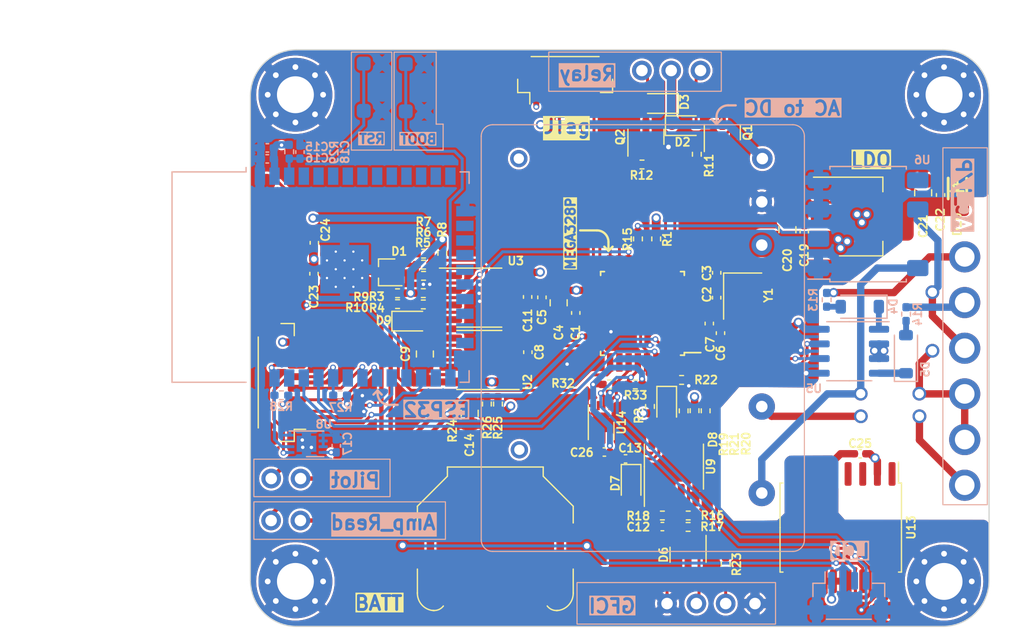
<source format=kicad_pcb>
(kicad_pcb (version 20221018) (generator pcbnew)
  (layers (0 "F.Cu" signal) (1 "In1.Cu" signal) (2 "In2.Cu" signal) (31 "B.Cu" signal) (34 "B.Paste" user) (35 "F.Paste" user) (36 "B.SilkS" user "B.Silkscreen") (37 "F.SilkS" user "F.Silkscreen") (38 "B.Mask" user) (39 "F.Mask" user) (44 "Edge.Cuts" user))
  (net 0 "")
  (net 1 "Net-(BT1-+)")
  (net 2 "GND")
  (net 3 "Net-(U1-AREF)")
  (net 4 "Net-(U1-XTAL1{slash}PB6)")
  (net 5 "Net-(U1-XTAL2{slash}PB7)")
  (net 6 "+5V")
  (net 7 "Net-(U2-CAP-)")
  (net 8 "Net-(U2-CAP+)")
  (net 9 "Net-(U2-VOUT)")
  (net 10 "+12V")
  (net 11 "Net-(U9A-+)")
  (net 12 "Net-(D7-A)")
  (net 13 "Net-(D7-K)")
  (net 14 "Net-(J5-Pin_2)")
  (net 15 "+3V3")
  (net 16 "ESP_RESET")
  (net 17 "PP")
  (net 18 "Pilot")
  (net 19 "Net-(D2-A)")
  (net 20 "Net-(D3-A)")
  (net 21 "Net-(D4-K)")
  (net 22 "Net-(D4-A)")
  (net 23 "Net-(D5-K)")
  (net 24 "Net-(D5-A)")
  (net 25 "Net-(J4-Pin_2)")
  (net 26 "GFCI_INT")
  (net 27 "Net-(D8-A)")
  (net 28 "PP_READ")
  (net 29 "AC_IN1")
  (net 30 "/Main_Board/FUSEN")
  (net 31 "AC_IN2")
  (net 32 "/Main_Board/FUSEL")
  (net 33 "AC_RELAY")
  (net 34 "AC_TEST2")
  (net 35 "AC_TEST1")
  (net 36 "Net-(J4-Pin_3)")
  (net 37 "AMP_READ")
  (net 38 "IO16")
  (net 39 "SCK")
  (net 40 "MOSI")
  (net 41 "MISO")
  (net 42 "SDA")
  (net 43 "SCL")
  (net 44 "LCD_SCL")
  (net 45 "LCD_SDA")
  (net 46 "Net-(Q1-B)")
  (net 47 "Net-(Q2-B)")
  (net 48 "Net-(U1-PD7)")
  (net 49 "/Main_Board/JT_NRST")
  (net 50 "Net-(U3-+)")
  (net 51 "Net-(R5-Pad2)")
  (net 52 "PILOT_READ")
  (net 53 "DC_REALY1")
  (net 54 "DC_REALY2")
  (net 55 "AC_RELAY1")
  (net 56 "Net-(R15-Pad2)")
  (net 57 "Net-(U9B--)")
  (net 58 "Net-(U9B-+)")
  (net 59 "GFCI_TEST")
  (net 60 "GPIO0")
  (net 61 "Net-(U12-VO)")
  (net 62 "Wifi_RX")
  (net 63 "Wifi_TX")
  (net 64 "AC_TEST_O1")
  (net 65 "AC_TEST_O2")
  (net 66 "PWM")
  (net 67 "/Main_Board/JT_MOSI")
  (net 68 "/Main_Board/JT_MISO")
  (net 69 "/Main_Board/JT_SCK")
  (net 100 "LED")
  (net 104 "Net-(U11-VO)")
  (footprint "Battery:BatteryHolder_Keystone_3000_1x12mm" (layer "F.Cu") (at -10.78 18.03)
    (fp_text reference "BT1" hide)
    (fp_text value "Cell")
  )
  (footprint "Capacitor_SMD:C_0402_1005Metric_Pad0.74x0.62mm_HandSolder" (layer "F.Cu") (at -7.96 1.2225 -90)
    (fp_text reference "C8")
    (fp_text value "10uF")
  )
  (footprint "Resistor_SMD:R_0402_1005Metric_Pad0.72x0.64mm_HandSolder" (layer "F.Cu") (at 5.935 15.385 180)
    (fp_text reference "R16")
    (fp_text value "1K")
  )
  (footprint "Capacitor_SMD:C_0805_2012Metric_Pad1.18x1.45mm_HandSolder" (layer "F.Cu") (at -16.88 1.38 90)
    (fp_text reference "C9")
    (fp_text value "10uF")
  )
  (footprint "Diode_SMD:D_SOD-323" (layer "F.Cu") (at 4.07 5.8 -90)
    (fp_text reference "D8")
    (fp_text value "1N4148WS")
  )
  (footprint "Resistor_SMD:R_0402_1005Metric_Pad0.72x0.64mm_HandSolder" (layer "F.Cu") (at -16.995 -7.3225 180)
    (fp_text reference "R7")
    (fp_text value "100K")
  )
  (footprint "Connector_JST:JST_SH_BM06B-SRSS-TB_1x06-1MP_P1.00mm_Vertical" (layer "F.Cu") (at -4.73 -22.4)
    (fp_text reference "J8" hide)
    (fp_text value "JTAG")
  )
  (footprint "Resistor_SMD:R_0402_1005Metric_Pad0.72x0.64mm_HandSolder" (layer "F.Cu") (at -19.250001 -2.9475 180)
    (fp_text reference "R10")
    (fp_text value "200K")
  )
  (footprint "Connector_JST:JST_VH_B6P-VH-B_1x06_P3.96mm_Vertical" (layer "F.Cu") (at 30.02 2.89 90)
    (fp_text reference "J3" hide)
    (fp_text value "AC IN" hide)
  )
  (footprint "Package_SO:SOIC-8_3.9x4.9mm_P1.27mm" (layer "F.Cu") (at -12.165 1.8975 180)
    (fp_text reference "U2")
    (fp_text value "TC1044S")
  )
  (footprint "Resistor_SMD:R_0402_1005Metric_Pad0.72x0.64mm_HandSolder" (layer "F.Cu") (at -11.509999 5.72 90)
    (fp_text reference "R26")
    (fp_text value "100K")
  )
  (footprint "Resistor_SMD:R_0402_1005Metric_Pad0.72x0.64mm_HandSolder" (layer "F.Cu") (at -17.017501 -2.9175)
    (fp_text reference "R4")
    (fp_text value "100K")
  )
  (footprint "Package_TO_SOT_SMD:SOT-223-3_TabPin2" (layer "F.Cu") (at 20.89 -10.54)
    (fp_text reference "U10" hide)
    (fp_text value "LM1117")
  )
  (footprint "Diode_SMD:D_SOD-323" (layer "F.Cu") (at 0.985 12.575 -90)
    (fp_text reference "D7")
    (fp_text value "1N4148WS")
  )
  (footprint "Resistor_SMD:R_0402_1005Metric_Pad0.72x0.64mm_HandSolder" (layer "F.Cu") (at -19.250002 -3.887501)
    (fp_text reference "R9")
    (fp_text value "1K")
  )
  (footprint "Crystal:Crystal_SMD_3225-4Pin_3.2x2.5mm" (layer "F.Cu") (at 10.65 -3.64 -90)
    (fp_text reference "Y1")
    (fp_text value "16Mhz")
  )
  (footprint "Capacitor_SMD:C_0402_1005Metric_Pad0.74x0.62mm_HandSolder" (layer "F.Cu") (at 15.99 -9.24 90)
    (fp_text reference "C19")
    (fp_text value "100nF")
  )
  (footprint "Resistor_SMD:R_0402_1005Metric_Pad0.72x0.64mm_HandSolder" (layer "F.Cu") (at 3.16 -8.6 90)
    (fp_text reference "R1")
    (fp_text value "330R")
  )
  (footprint "LED:COM-16347" (layer "F.Cu") (at -29.46 -4.5 -90)
    (fp_text reference "U11" hide)
    (fp_text value "COM-16347" hide)
  )
  (footprint "Capacitor_SMD:C_0402_1005Metric_Pad0.74x0.62mm_HandSolder" (layer "F.Cu") (at -6.74 -3.53 -90)
    (fp_text reference "C5")
    (fp_text value "100nF")
  )
  (footprint "Resistor_SMD:R_0402_1005Metric_Pad0.72x0.64mm_HandSolder" (layer "F.Cu") (at 5.54 6.31 -90)
    (fp_text reference "R19")
    (fp_text value "100R")
  )
  (footprint "Resistor_SMD:R_0402_1005Metric_Pad0.72x0.64mm_HandSolder" (layer "F.Cu") (at 1.35 4.02 180)
    (fp_text reference "R33")
    (fp_text value "4.7K")
  )
  (footprint "Connector_JST:JST_SH_BM08B-SRSS-TB_1x08-1MP_P1.00mm_Vertical" (layer "F.Cu") (at -29.31 3.85 90)
    (fp_text reference "J6" hide)
    (fp_text value "Conn_01x08")
  )
  (footprint "Capacitor_SMD:C_0805_2012Metric_Pad1.18x1.45mm_HandSolder" (layer "F.Cu") (at 26.29 -12.6 90)
    (fp_text reference "C21")
    (fp_text value "10uF")
  )
  (footprint "Resistor_SMD:R_0402_1005Metric_Pad0.72x0.64mm_HandSolder" (layer "F.Cu") (at -15.37 -7.35 -90)
    (fp_text reference "R8")
    (fp_text value "56K")
  )
  (footprint "Connector_PinHeader_2.54mm:PinHeader_1x02_P2.54mm_Vertical" (layer "F.Cu") (at -30.195 12.18 90)
    (fp_text reference "J1" hide)
    (fp_text value "Pilot")
  )
  (footprint "Capacitor_SMD:C_0402_1005Metric_Pad0.74x0.62mm_HandSolder" (layer "F.Cu") (at 8.4 -5.6625 -90)
    (fp_text reference "C3")
    (fp_text value "10pF")
  )
  (footprint "Capacitor_SMD:C_0402_1005Metric_Pad0.74x0.62mm_HandSolder" (layer "F.Cu") (at 27.8 -12.41 90)
    (fp_text reference "C22")
    (fp_text value "100nF")
  )
  (footprint "Capacitor_SMD:C_0402_1005Metric" (layer "F.Cu") (at -1.33 9.88 180)
    (fp_text reference "C26")
    (fp_text value "100nF")
  )
  (footprint "Resistor_SMD:R_0402_1005Metric_Pad0.72x0.64mm_HandSolder" (layer "F.Cu") (at 5.925 16.375)
    (fp_text reference "R17")
    (fp_text value "412R")
  )
  (footprint "Capacitor_SMD:C_0402_1005Metric_Pad0.74x0.62mm_HandSolder" (layer "F.Cu") (at 7.76 -1.26 -90)
    (fp_text reference "C7")
    (fp_text value "100nF")
  )
  (footprint "TestPoint:TestPoint_Pad_D1.5mm" (layer "F.Cu") (at -30.58 -13.49)
    (fp_text reference "LED_O1" hide)
    (fp_text value "LED_O")
  )
  (footprint "Resistor_SMD:R_0402_1005Metric_Pad0.72x0.64mm_HandSolder" (layer "F.Cu") (at -14.49 5.99 -90)
    (fp_text reference "R24")
    (fp_text value "22R")
  )
  (footprint "Package_QFP:TQFP-32_7x7mm_P0.8mm" (layer "F.Cu") (at 1.97 -2.14 180)
    (fp_text reference "U1" hide)
    (fp_text value "ATmega328P")
  )
  (footprint "Resistor_SMD:R_0402_1005Metric_Pad0.72x0.64mm_HandSolder" (layer "F.Cu") (at 3.695 15.384999 180)
    (fp_text reference "R18")
    (fp_text value "100K")
  )
  (footprint "Diode_SMD:D_SOD-323" (layer "F.Cu") (at 3.46 -20.34 180)
    (fp_text reference "D3")
    (fp_text value "1N4148WS")
  )
  (footprint "Capacitor_SMD:C_0805_2012Metric" (layer "F.Cu") (at -12.999998 6.52 90)
    (fp_text reference "C14")
    (fp_text value "100nF")
  )
  (footprint "MountingHole:MountingHole_3.2mm_M3_Pad_Via" (layer "F.Cu") (at 28.1 -21.1)
    (fp_text reference "H4" hide)
    (fp_text value "MountingHole_Pad")
  )
  (footprint "Capacitor_SMD:C_0402_1005Metric_Pad0.74x0.62mm_HandSolder" (layer "F.Cu") (at 3.695 16.345 180)
    (fp_text reference "C12")
    (fp_text value "100nF")
  )
  (footprint "Capacitor_SMD:C_0402_1005Metric_Pad0.74x0.62mm_HandSolder" (layer "F.Cu") (at -26.49 -5.58 -90)
    (fp_text reference "C23")
    (fp_text value "100nF")
  )
  (footprint "MountingHole:MountingHole_3.2mm_M3_Pad_Via" (layer "F.Cu") (at -28.1 -21.1)
    (fp_text reference "H1" hide)
    (fp_text value "MountingHole_Pad")
  )
  (footprint "Capacitor_SMD:C_0402_1005Metric_Pad0.74x0.62mm_HandSolder" (layer "F.Cu") (at -3.81 -2.18 -90)
    (fp_text reference "C1")
    (fp_text value "100nF")
  )
  (footprint "LED:COM-16347" (layer "F.Cu") (at -29.43 -9.6 180)
    (fp_text reference "U12" hide)
    (fp_text value "COM-16347" hide)
  )
  (footprint "Resistor_SMD:R_0402_1005Metric_Pad0.72x0.64mm_HandSolder" (layer "F.Cu") (at 5.36 3.63 180)
    (fp_text reference "R22")
    (fp_text value "10K")
  )
  (footprint "Resistor_SMD:R_0402_1005Metric_Pad0.72x0.64mm_HandSolder" (layer "F.Cu") (at 9.18 19.6 90)
    (fp_text reference "R23")
    (fp_text value "330R")
  )
  (footprint "Connector_PinHeader_2.54mm:PinHeader_1x04_P2.54mm_Vertical" (layer "F.Cu") (at 4.1 23.02 90)
    (fp_text reference "J4" hide)
    (fp_text value "GFCI")
  )
  (footprint "Package_TO_SOT_SMD:SOT-23" (layer "F.Cu") (at 8.89 -17.8475 90)
    (fp_text reference "Q1")
    (fp_text value "BCX70G")
  )
  (footprint "Capacitor_SMD:C_0402_1005Metric_Pad0.74x0.62mm_HandSolder" (layer "F.Cu") (at 8.4 -3.5025 -90)
    (fp_text reference "C2")
    (fp_text value "10pF")
  )
  (footprint "Package_TO_SOT_SMD:SOT-23" (layer "F.Cu") (at 5.92 18.787499 -90)
    (fp_text reference "D6")
    (fp_text value "BAS40-06")
  )
  (footprint "Connector_PinHeader_2.54mm:PinHeader_1x03_P2.54mm_Vertical" (layer "F.Cu") (at 7 -23.2 -90)
    (fp_text reference "J2" hide)
    (fp_text value "DC_Relay")
  )
  (footprint "Diode_SMD:D_SOD-323" (layer "F.Cu") (at 5.57 -18.42)
    (fp_text reference "D2")
    (fp_text value "1N4148WS")
  )
  (footprint "MountingHole:MountingHole_3.2mm_M3_Pad_Via" (layer "F.Cu") (at -28.1 21.1)
    (fp_text reference "H3" hide)
    (fp_text value "MountingHole_Pad")
  )
  (footprint "Resistor_SMD:R_0402_1005Metric_Pad0.72x0.64mm_HandSolder" (layer "F.Cu") (at 6.485 6.295 90)
    (fp_text reference "R21")
    (fp_text value "100K")
  )
  (footprint "Package_SO:SOIC-8_3.9x4.9mm_P1.27mm" (layer "F.Cu") (at -12.170001 -3.5075)
    (fp_text reference "U3")
    (fp_text value "LM358")
  )
  (footprint "Capacitor_SMD:C_0402_1005Metric_Pad0.74x0.62mm_HandSolder" (layer "F.Cu") (at 8.73 -0.43 -90)
    (fp_text reference "C6")
    (fp_text value "100nF")
  )
  (footprint "MountingHole:MountingHole_3.2mm_M3_Pad_Via" (layer "F.Cu") (at 28.1 21.1)
    (fp_text reference "H2" hide)
    (fp_text value "MountingHole_Pad")
  )
  (footprint "Connector_PinHeader_2.54mm:PinHeader_1x02_P2.54mm_Vertical" (layer "F.Cu") (at -27.665 15.82 -90)
    (fp_text reference "J5" hide)
    (fp_text value "AMP_Read")
  )
  (footprint "Capacitor_SMD:C_0402_1005Metric_Pad0.74x0.62mm_HandSolder" (layer "F.Cu") (at -7.980001 -3.5675 90)
    (fp_text reference "C11")
    (fp_text value "100nF")
  )
  (footprint "TestPoint:TestPoint_Pad_D1.5mm" (layer "F.Cu") (at 23.5 23.6)
    (fp_text reference "TP2" hide)
    (fp_text value "T_SCL")
  )
  (footprint "Resistor_SMD:R_0402_1005Metric_Pad0.72x0.64mm_HandSolder" (layer "F.Cu") (at 7.445 6.305001 -90)
    (fp_text reference "R20")
    (fp_text value "20K")
  )
  (footprint "Capacitor_SMD:C_0402_1005Metric_Pad0.74x0.62mm_HandSolder" (layer "F.Cu") (at -26.46 -8.26 90)
    (fp_text reference "C24")
    (fp_text value "100nF")
  )
  (footprint "Resistor_SMD:R_0402_1005Metric_Pad0.72x0.64mm_HandSolder" (layer "F.Cu") (at -17.017502 -3.897501 180)
    (fp_text reference "R3")
    (fp_text value "100K")
  )
  (footprint "Package_SO:SOIC-8_3.9x4.9mm_P1.27mm" (layer "F.Cu") (at 4.695 11.145 90)
    (fp_text reference "U9")
    (fp_text value "LM358")
  )
  (footprint "Resistor_SMD:R_0402_1005Metric_Pad0.72x0.64mm_HandSolder" (layer "F.Cu") (at 6.68 -15.94 -90)
    (fp_text reference "R11")
    (fp_text value "330R")
  )
  (footprint "Package_TO_SOT_SMD:SOT-323_SC-70" (layer "F.Cu") (at -20.17 -5.7 180)
    (fp_text reference "D1")
    (fp_text value "ESDA25W")
  )
  (footprint "Resistor_SMD:R_0402_1005Metric_Pad0.72x0.64mm_HandSolder" (layer "F.Cu") (at 1.93 -15.05)
    (fp_text reference "R12")
    (fp_text value "330R")
  )
  (footprint "Capacitor_SMD:C_0805_2012Metric_Pad1.18x1.45mm_HandSolder" (layer "F.Cu") (at 14.530001 -9.400001 90)
    (fp_text reference "C20")
    (fp_text value "10uF")
  )
  (footprint "Resistor_SMD:R_0402_1005Metric_Pad0.72x0.64mm_HandSolder" (layer "F.Cu") (at 2.62 5.93 -90)
    (fp_text reference "R2")
    (fp_text value "330R")
  )
  (footprint "Zenner:LL-34_L3.5-W1.5-RD" (layer "F.Cu") (at 29.26 -12.97 90)
    (fp_text reference "D10")
    (fp_text value "Zener" hide)
  )
  (footprint "Capacitor_SMD:C_0402_1005Metric" (layer "F.Cu") (at 20.83 10.03 180)
    (fp_text reference "C25")
    (fp_text value "100nF")
  )
  (footprint "Capacitor_SMD:C_0402_1005Metric" (layer "F.Cu") (at 0.505 10.475)
    (fp_text reference "C13")
    (fp_text value "10uF")
  )
  (footprint "Capacitor_SMD:C_0805_2012Metric_Pad1.18x1.45mm_HandSolder" (layer "F.Cu") (at -5.29 -3.06 -90)
    (fp_text reference "C4")
    (fp_text value "10uF")
  )
  (footprint "Resistor_SMD:R_0402_1005Metric_Pad0.72x0.64mm_HandSolder" (layer "F.Cu") (at -0.89 4.02)
    (fp_text reference "R32")
    (fp_text value "4.7K")
  )
  (footprint "Package_TO_SOT_SMD:SOT-23" (layer "F.Cu") (at 2.27 -17.4525 90)
    (fp_text reference "Q2")
    (fp_text value "BCX70G")
  )
  (footprint "TestPoint:TestPoint_Pad_D1.5mm" (layer "F.Cu") (at 20.96 23.6)
    (fp_text reference "TP3" hide)
    (fp_text value "T_SDA")
  )
  (footprint "Resistor_SMD:R_0402_1005Metric_Pad0.72x0.64mm_HandSolder" (layer "F.Cu") (at -16.9975 -6.3675)
    (fp_text reference "R6")
    (fp_text value "200K")
  )
  (footprint "Package_SO:SOIC-16W_7.5x10.3mm_P1.27mm" (layer "F.Cu") (at 19.15 16.43 -90)
    (fp_text reference "U13")
    (fp_text value "DS3231SN")
  )
  (footprint "Resistor_SMD:R_0402_1005Metric_Pad0.72x0.64mm_HandSolder" (layer "F.Cu") (at -10.55 5.72 -90)
    (fp_text reference "R25")
    (fp_text value "100K")
  )
  (footprint "Resistor_SMD:R_0402_1005Metric_Pad0.72x0.64mm_HandSolder" (layer "F.Cu") (at -16.997501 -5.3975)
    (fp_text reference "R5")
    (fp_text value "620R")
  )
  (footprint "Diode_SMD:D_SOD-323" (layer "F.Cu") (at -18.13 -1.47)
    (fp_text reference "D9")
    (fp_text value "1N4148WS")
  )
  (footprint "Resistor_SMD:R_0402_1005Metric_Pad0.72x0.64mm_HandSolder" (layer "F.Cu") (at 1.58 -8.6 90)
    (fp_text reference "R15")
    (fp_text value "330R")
  )
  (footprint "Package_DFN_QFN:DFN-8-1EP_3x2mm_P0.5mm_EP1.7x1.4mm" (layer "F.Cu") (at -1.61 7.305 -90)
    (fp_text reference "U14")
    (fp_text value "MCP9808")
  )
  (footprint "Generl Through:General" (layer "B.Cu") (at 23.42 4.82 180)
    (fp_text reference "F2" hide)
    (fp_text value "RST1.6AMMO" hide)
  )
  (footprint "Diode_SMD:D_SOD-123" (layer "B.Cu") (at 20.8 -2.72 180)
    (fp_text reference "D4")
    (fp_text value "PMEG40T30ERX")
  )
  (footprint "Package_SO:SSO-7-8_6.4x9.78mm_P2.54mm" (layer "B.Cu") (at 21.52 -9.88)
    (fp_text reference "U6")
    (fp_text value "AQH1213A")
  )
  (footprint "Package_DFN_QFN:DFN-8-1EP_3x2mm_P0.5mm_EP1.7x1.4mm" (layer "B.Cu") (at -27.14 9.17)
    (fp_text reference "U8")
    (fp_text value "MCP9808")
  )
  (footprint "Switch:Switch" (layer "B.Cu") (at -21.38 -21.75 -90)
    (fp_text reference "SW2" hide)
    (fp_text value "KMR211GLFS" hide)
  )
  (footprint "Connector_JST:JST_SH_BM04B-SRSS-TB_1x04-1MP_P1.00mm_Vertical" (layer "B.Cu") (at 19.85 22.37)
    (fp_text reference "J7" hide)
    (fp_text value "LCD")
  )
  (footprint "RF_Module:ESP32-WROOM-32" (layer "B.Cu") (at -22.93 -5.29 -90)
    (fp_text reference "U7" hide)
    (fp_text value "ESP32-WROOM-32")
  )
  (footprint "Resistor_SMD:R_0402_1005Metric_Pad0.72x0.64mm_HandSolder" (layer "B.Cu") (at 24.81 -2.08 -90)
    (fp_text reference "R14")
    (fp_text value "330K")
  )
  (footprint "Switch:Switch" (layer "B.Cu") (at -17.74 -21.71 -90)
    (fp_text reference "SW1" hide)
    (fp_text value "KMR211GLFS" hide)
  )
  (footprint "Package_SO:SO-8_3.9x4.9mm_P1.27mm" (layer "B.Cu") (at 19.89 1.14 180)
    (fp_text reference "U5")
    (fp_text value "HCPL-2731-300E")
  )
  (footprint "Diode_SMD:D_SOD-123" (layer "B.Cu") (at 24.8 1.3975 90)
    (fp_text reference "D5")
    (fp_text value "PMEG40T30ERX")
  )
  (footprint "MPM 04E:MPM-04E-1205" (layer "B.Cu") (at 2 0)
    (fp_text reference "U4" hide)
    (fp_text value "MPM-04E-1205")
  )
  (footprint "Resistor_SMD:R_0402_1005Metric_Pad0.72x0.64mm_HandSolder" (layer "B.Cu") (at -28.6375 -16.159999 -90)
    (fp_text reference "R29")
    (fp_text value "10K")
  )
  (footprint "Resistor_SMD:R_0402_1005Metric_Pad0.72x0.64mm_HandSolder" (layer "B.Cu") (at -29.3175 4.96 180)
    (fp_text reference "R28")
    (fp_text value "4.7K")
  )
  (footprint "Generl Through:General" (layer "B.Cu") (at 27.09 -1.44 -90)
    (fp_text reference "RV1" hide)
    (fp_text value "V250LA10P" hide)
  )
  (footprint "Capacitor_SMD:C_0402_1005Metric_Pad0.74x0.62mm_HandSolder" (layer "B.Cu") (at -30.532499 -16.489999 180)
    (fp_text reference "C15")
    (fp_text value "10uF")
  )
  (footprint "Capacitor_SMD:C_0402_1005Metric_Pad0.74x0.62mm_HandSolder" (layer "B.Cu") (at -24.56 9.34 90)
    (fp_text reference "C17")
    (fp_text value "100nF")
  )
  (footprint "Capacitor_SMD:C_0402_1005Metric_Pad0.74x0.62mm_HandSolder" (layer "B.Cu") (at -27.7075 -16.13 90)
    (fp_text reference "C18")
    (fp_text value "1uF")
  )
  (footprint "Generl Through:General" (layer "B.Cu") (at 23.43 6.78 180)
    (fp_text reference "F1" hide)
    (fp_text value "RST1.6AMMO" hide)
  )
  (footprint "Resistor_SMD:R_0402_1005Metric_Pad0.72x0.64mm_HandSolder" (layer "B.Cu") (at -24.2275 4.949999 180)
    (fp_text reference "R27")
    (fp_text value "4.7K")
  )
  (footprint "Resistor_SMD:R_0402_1005Metric_Pad0.72x0.64mm_HandSolder" (layer "B.Cu") (at 17.93 -3.32 -90)
    (fp_text reference "R13")
    (fp_text value "330K")
  )
  (footprint "Capacitor_SMD:C_0402_1005Metric_Pad0.74x0.62mm_HandSolder" (layer "B.Cu") (at -30.54 -15.54 180)
    (fp_text reference "C16")
    (fp_text value "1uF")
  )
  (gr_line (start -15.9 -18.55) (end -15.9 -24.8) (stroke (width 0.1)) (layer "B.SilkS"))
  (gr_line (start -19.55 -16.3) (end -19.55 -24.8) (stroke (width 0.1)) (layer "B.SilkS"))
  (gr_line (start 8.39 -18.55) (end 7.95 -18.99) (stroke (width 0.2)) (layer "B.SilkS"))
  (gr_line (start -19.98 5.79) (end -19.24 5.79) (stroke (width 0.2)) (layer "B.SilkS"))
  (gr_line (start -15.3 -16.3) (end -19.55 -16.3) (stroke (width 0.1)) (layer "B.SilkS"))
  (gr_line (start -19.55 -24.8) (end -15.9 -24.8) (stroke (width 0.1)) (layer "B.SilkS"))
  (gr_line (start -20.979999 4.539999) (end -20.98 4.789999) (stroke (width 0.2)) (layer "B.SilkS"))
  (gr_line (start -20.979999 4.539999) (end -20.619999 4.899999) (stroke (width 0.2)) (layer "B.SilkS"))
  (gr_rect (start 28 -16.5) (end 31.85 14.45) (stroke (width 0.1)) (fill none) (layer "B.SilkS"))
  (gr_line (start -15.3 -18.55) (end -15.9 -18.55) (stroke (width 0.1)) (layer "B.SilkS"))
  (gr_rect (start -31.7 14.2) (end -15.1 17.45) (stroke (width 0.1)) (fill none) (layer "B.SilkS"))
  (gr_rect (start -6.15 -24.8) (end 8.8 -21.4) (stroke (width 0.1)) (fill none) (layer "B.SilkS"))
  (gr_rect (start -23.25 -24.8) (end -19.75 -16.3) (stroke (width 0.1)) (fill none) (layer "B.SilkS"))
  (gr_line (start -20.979999 4.539999) (end -21.340001 4.899999) (stroke (width 0.2)) (layer "B.SilkS"))
  (gr_line (start 8.39 -19.18) (end 8.39 -18.55) (stroke (width 0.2)) (layer "B.SilkS"))
  (gr_line (start -15.3 -16.3) (end -15.3 -18.55) (stroke (width 0.1)) (layer "B.SilkS"))
  (gr_arc (start -19.98 5.79) (mid -20.687106 5.497106) (end -20.98 4.789999) (stroke (width 0.2)) (layer "B.SilkS"))
  (gr_line (start 8.39 -18.55) (end 8.83 -18.99) (stroke (width 0.2)) (layer "B.SilkS"))
  (gr_arc (start 8.39 -19.18) (mid 8.682893 -19.887106) (end 9.39 -20.18) (stroke (width 0.2)) (layer "B.SilkS"))
  (gr_line (start 10.05 -20.18) (end 9.39 -20.18) (stroke (width 0.2)) (layer "B.SilkS"))
  (gr_rect (start -3.7 21.2) (end 13.5 24.8) (stroke (width 0.1)) (fill none) (layer "B.SilkS"))
  (gr_rect (start -31.7 10.5) (end -19.9 13.75) (stroke (width 0.1)) (fill none) (layer "B.SilkS"))
  (gr_line (start -3.429 -9.337) (end -1.977106 -9.337) (stroke (width 0.2)) (layer "F.SilkS"))
  (gr_line (start -0.977106 -7.567) (end -0.617106 -7.927) (stroke (width 0.2)) (layer "F.SilkS"))
  (gr_arc (start -1.977106 -9.337) (mid -1.27 -9.044107) (end -0.977106 -8.337) (stroke (width 0.2)) (layer "F.SilkS"))
  (gr_line (start -0.977106 -8.337) (end -0.977106 -7.567) (stroke (width 0.2)) (layer "F.SilkS"))
  (gr_line (start -0.977106 -7.567) (end -1.337106 -7.927) (stroke (width 0.2)) (layer "F.SilkS"))
  (gr_arc (start -32 -21) (mid -30.828427 -23.828427) (end -28 -25) (stroke (width 0.1)) (layer "Edge.Cuts"))
  (gr_line (start 28 25) (end -28 25) (stroke (width 0.1)) (layer "Edge.Cuts"))
  (gr_line (start -28 -25) (end 28 -25) (stroke (width 0.1)) (layer "Edge.Cuts"))
  (gr_arc (start 28 -25) (mid 30.828427 -23.828427) (end 32 -21) (stroke (width 0.1)) (layer "Edge.Cuts"))
  (gr_line (start 32 -21) (end 32 21) (stroke (width 0.1)) (layer "Edge.Cuts"))
  (gr_arc (start -28 25) (mid -30.828427 23.828427) (end -32 21) (stroke (width 0.1)) (layer "Edge.Cuts"))
  (gr_arc (start 32 21) (mid 30.828427 23.828427) (end 28 25) (stroke (width 0.1)) (layer "Edge.Cuts"))
  (gr_line (start -32 21) (end -32 -21) (stroke (width 0.1)) (layer "Edge.Cuts"))
  (gr_text "Pilot" (at -20.64 13.04) (layer "B.SilkS" knockout) (effects (font (size 1.2 1.2) (thickness 0.25) bold) (justify left bottom mirror)))
  (gr_text "LCD" (at 21.8 19.19) (layer "B.SilkS" knockout) (effects (font (size 1.2 1.2) (thickness 0.25) bold) (justify left bottom mirror)))
  (gr_text "Amp_Read" (at -15.83 16.72) (layer "B.SilkS" knockout) (effects (font (size 1.2 1.2) (thickness 0.25) bold) (justify left bottom mirror)))
  (gr_text "ESP32" (at -12.844 6.952) (layer "B.SilkS" knockout) (effects (font (size 1.2 1.2) (thickness 0.25) bold) (justify left bottom mirror)))
  (gr_text "GFCI" (at 1.5 23.95) (layer "B.SilkS" knockout) (effects (font (size 1.2 1.2) (thickness 0.25) bold) (justify left bottom mirror)))
  (gr_text "Relay" (at -0.18 -22.22) (layer "B.SilkS" knockout) (effects (font (size 1.2 1.2) (thickness 0.25) bold) (justify left bottom mirror)))
  (gr_text "AC to DC" (at 19.24 -19.22) (layer "B.SilkS" knockout) (effects (font (size 1.2 1.2) (thickness 0.25) bold) (justify left bottom mirror)))
  (gr_text "AC_I/P" (at 29.05 -9.2 270) (layer "B.SilkS" knockout) (effects (font (size 1.2 1.2) (thickness 0.25) bold) (justify left bottom mirror)))
  (gr_text "RST" (at -20.24 -16.8) (layer "B.SilkS" knockout) (effects (font (size 0.8 0.8) (thickness 0.2) bold) (justify left bottom mirror)))
  (gr_text "BOOT" (at -15.76 -16.77) (layer "B.SilkS" knockout) (effects (font (size 0.8 0.8) (thickness 0.2) bold) (justify left bottom mirror)))
  (gr_text "BATT" (at -23.09 23.69) (layer "F.SilkS" knockout) (effects (font (size 1.2 1.2) (thickness 0.25) bold) (justify left bottom)))
  (gr_text "MEGA328P" (at -3.79 -5.82 90) (layer "F.SilkS" knockout) (effects (font (size 0.8 0.8) (thickness 0.2) bold) (justify left bottom)))
  (gr_text "JTag" (at -6.73 -17.64) (layer "F.SilkS" knockout) (effects (font (size 1.2 1.2) (thickness 0.25) bold) (justify left bottom)))
  (gr_text "LDO" (at 19.89 -14.73) (layer "F.SilkS" knockout) (effects (font (size 1.2 1.2) (thickness 0.25) bold) (justify left bottom)))
  (segment (start 18.75 19.51) (end 19.64 19.51) (width 0.254) (layer "F.Cu") (net 1))
  (segment (start 21.055 19.945) (end 20.63 19.52) (width 0.25) (layer "F.Cu") (net 1))
  (segment (start 19.64 19.51) (end 19.65 19.52) (width 0.254) (layer "F.Cu") (net 1))
  (segment (start 20.63 19.52) (end 19.65 19.52) (width 0.25) (layer "F.Cu") (net 1))
  (segment (start 21.055 21.08) (end 21.055 19.945) (width 0.25) (layer "F.Cu") (net 1))
  (via (at -18.81 17.98) (size 0.8) (drill 0.5) (layers "F.Cu" "B.Cu") (net 1))
  (via (at -2.85 18.02) (size 0.8) (drill 0.5) (layers "F.Cu" "B.Cu") (net 1))
  (via (at 18.75 19.51) (size 0.5) (drill 0.3) (layers "F.Cu" "B.Cu") (net 1))
  (segment (start -2.85 18.02) (end -18.77 18.02) (width 0.254) (layer "B.Cu") (net 1))
  (segment (start -1.36 19.51) (end 18.75 19.51) (width 0.254) (layer "B.Cu") (net 1))
  (segment (start -2.85 18.02) (end -1.36 19.51) (width 0.254) (layer "B.Cu") (net 1))
  (segment (start -18.77 18.02) (end -18.81 17.98) (width 0.254) (layer "B.Cu") (net 1))
  (segment (start 4.97 21.05) (end 4.1 21.92) (width 0.254) (layer "F.Cu") (net 2))
  (segment (start -1.86 8.755) (end -1.86 9.83) (width 0.25) (layer "F.Cu") (net 2))
  (segment (start 4.97 16.7325) (end 4.97 17.849999) (width 0.508) (layer "F.Cu") (net 2))
  (segment (start 5.350001 17.849999) (end 4.97 17.849999) (width 0.508) (layer "F.Cu") (net 2))
  (segment (start 8.59 0.1375) (end 7.76 -0.6925) (width 0.254) (layer "F.Cu") (net 2))
  (segment (start -1.36 8.755) (end -1.36 7.555) (width 0.254) (layer "F.Cu") (net 2))
  (segment (start 9.23 -5.77) (end 11.25 -5.77) (width 0.254) (layer "F.Cu") (net 2))
  (segment (start 10.53 -1.56) (end 11.67 -1.56) (width 0.254) (layer "F.Cu") (net 2))
  (segment (start 8.4 -6.23) (end 8.77 -6.23) (width 0.254) (layer "F.Cu") (net 2))
  (segment (start -1.86 9.83) (end -1.81 9.88) (width 0.25) (layer "F.Cu") (net 2))
  (segment (start -12.02 1.87) (end -11.4125 1.2625) (width 0.254) (layer "F.Cu") (net 2))
  (segment (start 9.72 -2.9025) (end 9.72 -2.37) (width 0.254) (layer "F.Cu") (net 2))
  (segment (start -1.36 7.555) (end -1.61 7.305) (width 0.254) (layer "F.Cu") (net 2))
  (segment (start -2.36 8.755) (end -2.36 8.055) (width 0.254) (layer "F.Cu") (net 2))
  (segment (start -1.86 7.555) (end -1.61 7.305) (width 0.25) (layer "F.Cu") (net 2))
  (segment (start 18.515 11.78) (end 18.515 10.655) (width 0.635) (layer "F.Cu") (net 2))
  (segment (start -2.36 5.855) (end -2.36 6.555) (width 0.254) (layer "F.Cu") (net 2))
  (segment (start -15.67 1.87) (end -12.02 1.87) (width 0.254) (layer "F.Cu") (net 2))
  (segment (start -17.615001 -2.375001) (end -17.08 -1.84) (width 0.254) (layer "F.Cu") (net 2))
  (segment (start 3.82 12.31) (end 4.26 12.31) (width 0.254) (layer "F.Cu") (net 2))
  (segment (start -3.2275 -1.6125) (end -3.81 -1.6125) (width 0.25) (layer "F.Cu") (net 2))
  (segment (start -17.08 -1.84) (end -17.08 -1.47) (width 0.254) (layer "F.Cu") (net 2))
  (segment (start -16.88 2.4175) (end -16.2175 2.4175) (width 0.254) (layer "F.Cu") (net 2))
  (segment (start -2.28 -1.74) (end -3.1 -1.74) (width 0.25) (layer "F.Cu") (net 2))
  (segment (start 4.1 21.92) (end 4.1 23.02) (width 0.254) (layer "F.Cu") (net 2))
  (segment (start 9.72 -2.37) (end 10.53 -1.56) (width 0.254) (layer "F.Cu") (net 2))
  (segment (start 19.14 10.03) (end 20.35 10.03) (width 0.635) (layer "F.Cu") (net 2))
  (segment (start -1.86 8.755) (end -1.86 7.555) (width 0.25) (layer "F.Cu") (net 2))
  (segment (start 7.15 -2.54) (end 7.545 -2.935) (width 0.635) (layer "F.Cu") (net 2))
  (segment (start -3.1 -1.74) (end -3.2275 -1.6125) (width 0.25) (layer "F.Cu") (net 2))
  (segment (start 11.25 -5.77) (end 11.42 -5.6) (width 0.254) (layer "F.Cu") (net 2))
  (segment (start 4.06 12.51) (end 4.26 12.31) (width 0.254) (layer "F.Cu") (net 2))
  (segment (start 5.75 17.45) (end 5.350001 17.849999) (width 0.508) (layer "F.Cu") (net 2))
  (segment (start 7.545 -2.935) (end 8.4 -2.935) (width 0.635) (layer "F.Cu") (net 2))
  (segment (start 18.515 10.655) (end 19.14 10.03) (width 0.635) (layer "F.Cu") (net 2))
  (segment (start -2.36 8.055) (end -1.61 7.305) (width 0.254) (layer "F.Cu") (net 2))
  (segment (start 0.025 10.475) (end 0.025 11.485) (width 0.254) (layer "F.Cu") (net 2))
  (segment (start -2.36 6.555) (end -1.61 7.305) (width 0.254) (layer "F.Cu") (net 2))
  (segment (start 4.06 12.51) (end 4.06 12.32) (width 0.254) (layer "F.Cu") (net 2))
  (segment (start 6.6 12.66) (end 6.6 13.62) (width 0.254) (layer "F.Cu") (net 2))
  (segment (start 6.22 -0.94) (end 7.5125 -0.94) (width 0.254) (layer "F.Cu") (net 2))
  (segment (start 11.42 -5.6) (end 11.42 -5.1025) (width 0.254) (layer "F.Cu") (net 2))
  (segment (start 4.97 17.849999) (end 4.97 21.05) (width 0.254) (layer "F.Cu") (net 2))
  (segment (start -4.2125 -1.6125) (end -4.6225 -2.0225) (width 0.25) (layer "F.Cu") (net 2))
  (segment (start 8.73 0.1375) (end 8.59 0.1375) (width 0.254) (layer "F.Cu") (net 2))
  (segment (start 0.025 11.485) (end 0.85 12.31) (width 0.254) (layer "F.Cu") (net 2))
  (segment (start 3.86 12.31) (end 3.82 12.31) (width 0.254) (layer "F.Cu") (net 2))
  (segment (start 5.75 16.7975) (end 5.75 17.45) (width 0.508) (layer "F.Cu") (net 2))
  (segment (start 4.46 12.31) (end 6.25 12.31) (width 0.254) (layer "F.Cu") (net 2))
  (segment (start -3.81 -1.6125) (end -4.2125 -1.6125) (width 0.25) (layer "F.Cu") (net 2))
  (segment (start -17.615001 -2.9175) (end -17.615001 -2.375001) (width 0.254) (layer "F.Cu") (net 2))
  (segment (start 8.4 -2.935) (end 9.6875 -2.935) (width 0.635) (layer "F.Cu") (net 2))
  (segment (start 4.26 12.31) (end 4.46 12.31) (width 0.254) (layer "F.Cu") (net 2))
  (segment (start 4.06 12.51) (end 3.86 12.31) (width 0.254) (layer "F.Cu") (net 2))
  (segment (start 6.25 12.31) (end 6.6 12.66) (width 0.254) (layer "F.Cu") (net 2))
  (segment (start 5.3275 16.375) (end 5.75 16.7975) (width 0.508) (layer "F.Cu") (net 2))
  (segment (start -4.6225 -2.0225) (end -5.29 -2.0225) (width 0.25) (layer "F.Cu") (net 2))
  (segment (start -11.4125 1.2625) (end -9.69 1.2625) (width 0.254) (layer "F.Cu") (net 2))
  (segment (start 7.5125 -0.94) (end 7.76 -0.6925) (width 0.254) (layer "F.Cu") (net 2))
  (segment (start 0.85 12.31) (end 3.82 12.31) (width 0.254) (layer "F.Cu") (net 2))
  (segment (start -16.2175 2.4175) (end -15.67 1.87) (width 0.254) (layer "F.Cu") (net 2))
  (segment (start 4.06 13.62) (end 4.06 12.51) (width 0.254) (layer "F.Cu") (net 2))
  (segment (start 5.3275 16.375) (end 4.97 16.7325) (width 0.508) (layer "F.Cu") (net 2))
  (segment (start 11.67 -1.56) (end 12.63 -1.56) (width 0.254) (layer "F.Cu") (net 2))
  (segment (start 6.22 -2.54) (end 7.15 -2.54) (width 0.635) (layer "F.Cu") (net 2))
  (segment (start 9.6875 -2.935) (end 9.72 -2.9025) (width 0.635) (layer "F.Cu") (net 2))
  (segment (start 12.63 -1.56) (end 12.91 -1.84) (width 0.254) (layer "F.Cu") (net 2))
  (segment (start 8.77 -6.23) (end 9.23 -5.77) (width 0.254) (layer "F.Cu") (net 2))
  (via (at -0.76 -0.55) (size 0.5) (drill 0.3) (layers "F.Cu" "B.Cu") (net 2))
  (via (at -22.3 4.99) (size 0.5) (drill 0.3) (layers "F.Cu" "B.Cu") (net 2))
  (via (at 5.98 4.14) (size 0.5) (drill 0.3) (layers "F.Cu" "B.Cu") (net 2))
  (via (at -12.13 -3.19) (size 0.5) (drill 0.3) (layers "F.Cu" "B.Cu") (net 2))
  (via (at -27.465 9.47) (size 0.5) (drill 0.3) (layers "F.Cu" "B.Cu") (net 2))
  (via (at -12.18 -3.88) (size 0.5) (drill 0.3) (layers "F.Cu" "B.Cu") (net 2))
  (via (at 16.15 3.04) (size 0.8) (drill 0.4) (layers "F.Cu" "B.Cu") (net 2))
  (via (at 22.88 1.1) (size 0.8) (drill 0.5) (layers "F.Cu" "B.Cu") (net 2))
  (via (at 0.44 5.18) (size 0.5) (drill 0.3) (layers "F.Cu" "B.Cu") (net 2))
  (via (at -16.46 -4.66) (size 0.5) (drill 0.3) (layers "F.Cu" "B.Cu") (net 2))
  (via (at -17.01 -4.66) (size 0.5) (drill 0.3) (layers "F.Cu" "B.Cu") (net 2))
  (via (at 15.68 1.06) (size 0.5) (drill 0.3) (layers "F.Cu" "B.Cu") (net 2))
  (via (at 4.22 -16.57) (size 0.8) (drill 0.4) (layers "F.Cu" "B.Cu") (net 2))
  (via (at -12.12 -4.62) (size 0.5) (drill 0.3) (layers "F.Cu" "B.Cu") (net 2))
  (via (at -4.56 2.26) (size 0.5) (drill 0.3) (layers "F.Cu" "B.Cu") (net 2))
  (via (at 22.08 1.09) (size 0.8) (drill 0.5) (layers "F.Cu" "B.Cu") (net 2))
  (via (at -26.715 9.48) (size 0.5) (drill 0.3) (layers "F.Cu" "B.Cu") (net 2))
  (via (at -27.505 8.84) (size 0.5) (drill 0.3) (layers "F.Cu" "B.Cu") (net 2))
  (via (at -0.84 4.73) (size 0.5) (drill 0.3) (layers "F.Cu" "B.Cu") (net 2))
  (via (at 2.63 0.63) (size 0.5) (drill 0.3) (layers "F.Cu" "B.Cu") (net 2))
  (via (at -22.17 6.37) (size 0.5) (drill 0.3) (layers "F.Cu" "B.Cu") (net 2))
  (segment (start -31.18 -15.4675) (end -31.1075 -15.54) (width 0.635) (layer "B.Cu") (net 2))
  (segment (start 22.465 1.775) (end 22.465 1.475) (width 0.635) (layer "B.Cu") (net 2))
  (segment (start -31.1075 -16.482498) (end -31.099999 -16.489999) (width 0.635) (layer "B.Cu") (net 2))
  (segment (start 22.465 0.685) (end 22.88 1.1) (width 0.635) (layer "B.Cu") (net 2))
  (segment (start 22.465 0.505) (end 22.465 0.685) (width 0.635) (layer "B.Cu") (net 2))
  (segment (start 22.465 1.475) (end 22.08 1.09) (width 0.635) (layer "B.Cu") (net 2))
  (segment (start -31.18 -14.04) (end -31.18 -15.4675) (width 0.635) (layer "B.Cu") (net 2))
  (segment (start -24.56 8.7725) (end -24.9125 8.42) (width 0.25) (layer "B.Cu") (net 2))
  (segment (start 22.465 0.505) (end 22.465 0.705) (width 0.635) (layer "B.Cu") (net 2))
  (segment (start 22.465 0.705) (end 22.08 1.09) (width 0.635) (layer "B.Cu") (net 2))
  (segment (start -24.9125 8.42) (end -25.69 8.42) (width 0.25) (layer "B.Cu") (net 2))
  (segment (start 22.465 1.515) (end 22.88 1.1) (width 0.635) (layer "B.Cu") (net 2))
  (segment (start 22.465 1.775) (end 22.465 1.515) (width 0.635) (layer "B.Cu") (net 2))
  (segment (start -31.1075 -15.54) (end -31.1075 -16.482498) (width 0.635) (layer "B.Cu") (net 2))
  (segment (start -3.23 -2.54) (end -3.4375 -2.7475) (width 0.25) (layer "F.Cu") (net 3))
  (segment (start -2.28 -2.54) (end -3.23 -2.54) (width 0.25) (layer "F.Cu") (net 3))
  (segment (start -3.4375 -2.7475) (end -3.81 -2.7475) (width 0.25) (layer "F.Cu") (net 3))
  (segment (start 6.22 -4.14) (end 8.33 -4.14) (width 0.25) (layer "F.Cu") (net 4))
  (segment (start 11.42 -3.4) (end 11.42 -2.9025) (width 0.25) (layer "F.Cu") (net 4))
  (segment (start 9.09 -3.67) (end 11.15 -3.67) (width 0.25) (layer "F.Cu") (net 4))
  (segment (start 8.4 -4.07) (end 8.69 -4.07) (width 0.25) (layer "F.Cu") (net 4))
  (segment (start 11.15 -3.67) (end 11.42 -3.4) (width 0.25) (layer "F.Cu") (net 4))
  (segment (start 8.33 -4.14) (end 8.4 -4.07) (width 0.25) (layer "F.Cu") (net 4))
  (segment (start 8.69 -4.07) (end 9.09 -3.67) (width 0.25) (layer "F.Cu") (net 4))
  (segment (start 8.245 -4.94) (end 8.4 -5.095) (width 0.25) (layer "F.Cu") (net 5))
  (segment (start 8.4 -5.095) (end 9.445 -5.095) (width 0.25) (layer "F.Cu") (net 5))
  (segment (start 6.22 -4.94) (end 8.245 -4.94) (width 0.25) (layer "F.Cu") (net 5))
  (segment (start 9.445 -5.095) (end 9.8 -4.74) (width 0.25) (layer "F.Cu") (net 5))
  (segment (start -26.54 -6.8) (end -26.54 -7.68) (width 0.762) (layer "F.Cu") (net 6))
  (segment (start 22.12 10.46) (end 22.12 10.4) (width 0.635) (layer "F.Cu") (net 6))
  (segment (start -18.642502 -3.897501) (end -18.652502 -3.887501) (width 0.635) (layer "F.Cu") (net 6))
  (segment (start 2.05 6.51) (end 2.6025 6.51) (width 0.635) (layer "F.Cu") (net 6))
  (segment (start 22.12 10.4) (end 22.06 10.4) (width 0.635) (layer "F.Cu") (net 6))
  (segment (start -15.37 -7.9475) (end -15.37 -8.56) (width 0.762) (layer "F.Cu") (net 6))
  (segment (start -3.75 -4.14) (end -2.28 -4.14) (width 0.635) (layer "F.Cu") (net 6))
  (segment (start 8.73 -0.9975) (end 8.73 -1.29) (width 0.25) (layer "F.Cu") (net 6))
  (segment (start 22.325 11.78) (end 22.325 10.665) (width 0.635) (layer "F.Cu") (net 6))
  (segment (start -9.45 5.89) (end -9.8775 6.3175) (width 0.635) (layer "F.Cu") (net 6))
  (segment (start -5.2475 -4.14) (end -3.77 -4.14) (width 0.635) (layer "F.Cu") (net 6))
  (segment (start -26.55 -6.1475) (end -26.56 -6.1575) (width 0.762) (layer "F.Cu") (net 6))
  (segment (start -26.49 -6.1475) (end -26.55 -6.1475) (width 0.762) (layer "F.Cu") (net 6))
  (segment (start -26.4925 -6.15) (end -26.49 -6.1475) (width 0.762) (layer "F.Cu") (net 6))
  (segment (start 5.39 -3.34) (end 6.22 -3.34) (width 0.25) (layer "F.Cu") (net 6))
  (segment (start 6.22 -1.74) (end 7.6725 -1.74) (width 0.25) (layer "F.Cu") (net 6))
  (segment (start 8.7375 -0.99) (end 15.1 -0.99) (width 0.635) (layer "F.Cu") (net 6))
  (segment (start -6.74 -4.0975) (end -5.29 -4.0975) (width 0.635) (layer "F.Cu") (net 6))
  (segment (start -27.51 -7.68) (end -27.78 -7.95) (width 0.762) (layer "F.Cu") (net 6))
  (segment (start 2.6025 6.51) (end 2.62 6.5275) (width 0.635) (layer "F.Cu") (net 6))
  (segment (start 2.79 8.67) (end 2.79 6.6975) (width 0.508) (layer "F.Cu") (net 6))
  (segment (start 22.325 10.665) (end 22.12 10.46) (width 0.635) (layer "F.Cu") (net 6))
  (segment (start 22.06 10.4) (end 21.69 10.03) (width 0.635) (layer "F.Cu") (net 6))
  (segment (start 21.69 10.03) (end 21.31 10.03) (width 0.635) (layer "F.Cu") (net 6))
  (segment (start 8.73 -1.29) (end 8.1925 -1.8275) (width 0.25) (layer "F.Cu") (net 6))
  (segment (start -5.29 -4.0975) (end -5.2475 -4.14) (width 0.635) (layer "F.Cu") (net 6))
  (segment (start -18.117501 -3.897501) (end -17.615002 -3.897501) (width 0.635) (layer "F.Cu") (net 6))
  (segment (start 5.15 -2.03) (end 5.15 -3.1) (width 0.25) (layer "F.Cu") (net 6))
  (segment (start 5.44 -1.74) (end 5.15 -2.03) (width 0.25) (layer "F.Cu") (net 6))
  (segment (start -27.81 -6.15) (end -26.4925 -6.15) (width 0.762) (layer "F.Cu") (net 6))
  (segment (start -7.23 -21.075) (end -7.23 -20.05) (width 0.508) (layer "F.Cu") (net 6))
  (segment (start 8.1925 -1.8275) (end 7.76 -1.8275) (width 0.25) (layer "F.Cu") (net 6))
  (segment (start 6.22 -1.74) (end 5.44 -1.74) (width 0.25) (layer "F.Cu") (net 6))
  (segment (start -9.8775 6.3175) (end -10.55 6.3175) (width 0.635) (layer "F.Cu") (net 6))
  (segment (start -3.77 -4.14) (end -3.76 -4.15) (width 0.635) (layer "F.Cu") (net 6))
  (segment (start 6.485 5.095) (end 6.48 5.09) (width 0.635) (layer "F.Cu") (net 6))
  (segment (start -26.49 -6.85) (end -26.49 -6.1475) (width 0.762) (layer "F.Cu") (net 6))
  (segment (start -3.76 -4.15) (end -3.75 -4.14) (width 0.635) (layer "F.Cu") (net 6))
  (segment (start 7.6725 -1.74) (end 7.76 -1.8275) (width 0.25) (layer "F.Cu") (net 6))
  (segment (start 3.16 -9.1975) (end 3.16 -10.41) (width 0.762) (layer "F.Cu") (net 6))
  (segment (start -18.12 -3.9) (end -18.122499 -3.897501) (width 0.635) (layer "F.Cu") (net 6))
  (segment (start -26.54 -7.68) (end -27.51 -7.68) (width 0.762) (layer "F.Cu") (net 6))
  (segment (start 5.15 -3.1) (end 5.39 -3.34) (width 0.25) (layer "F.Cu") (net 6))
  (segment (start 6.485 5.6975) (end 6.485 5.095) (width 0.635) (layer "F.Cu") (net 6))
  (segment (start -18.12 -3.9) (end -18.117501 -3.897501) (width 0.635) (layer "F.Cu") (net 6))
  (segment (start 8.73 -0.9975) (end 8.7375 -0.99) (width 0.635) (layer "F.Cu") (net 6))
  (segment (start 15.1 -0.99) (end 15.48 -1.37) (width 0.635) (layer "F.Cu") (net 6))
  (segment (start -18.122499 -3.897501) (end -18.642502 -3.897501) (width 0.635) (layer "F.Cu") (net 6))
  (segment (start 2.79 6.6975) (end 2.62 6.5275) (width 0.508) (layer "F.Cu") (net 6))
  (segment (start -26.49 -6.85) (end -26.54 -6.8) (width 0.762) (layer "F.Cu") (net 6))
  (via (at 2.05 6.51) (size 0.8) (drill 0.5) (layers "F.Cu" "B.Cu") (net 6))
  (via (at 15.48 -1.37) (size 0.8) (drill 0.5) (layers "F.Cu" "B.Cu") (net 6))
  (via (at 19.71 -8.38) (size 0.8) (drill 0.5) (layers "F.Cu" "B.Cu") (net 6))
  (via (at 19.135 -7.805) (size 0.8) (drill 0.5) (layers "F.Cu" "B.Cu") (net 6))
  (via (at -26.58 -10.4) (size 0.8) (drill 0.5) (layers "F.Cu" "B.Cu") (net 6))
  (via (at -18.12 -3.9) (size 0.8) (drill 0.5) (layers "F.Cu" "B.Cu") (net 6))
  (via (at 18.35 22.63) (size 0.8) (drill 0.5) (layers "F.Cu" "B.Cu") (net 6))
  (via (at -26.49 -6.85) (size 0.8) (drill 0.5) (layers "F.Cu" "B.Cu") (net 6))
  (via (at -7.23 -20.05) (size 0.5) (drill 0.3) (layers "F.Cu" "B.Cu") (net 6))
  (via (at 22.12 10.4) (size 0.8) (drill 0.5) (layers "F.Cu" "B.Cu") (net 6))
  (via (at -9.45 5.89) (size 0.8) (drill 0.5) (layers "F.Cu" "B.Cu") (net 6))
  (via (at -3.76 -4.15) (size 0.8) (drill 0.5) (layers "F.Cu" "B.Cu") (net 6))
  (via (at -15.37 -8.56) (size 0.8) (drill 0.5) (layers "F.Cu" "B.Cu") (net 6))
  (via (at 6.48 5.09) (size 0.8) (drill 0.5) (layers "F.Cu" "B.Cu") (net 6))
  (via (at 3.16 -10.41) (size 0.8) (drill 0.5) (layers "F.Cu" "B.Cu") (net 6))
  (via (at 18.93 -8.58) (size 0.8) (drill 0.5) (layers "F.Cu" "B.Cu") (net 6))
  (segment (start -18.12 -5.81) (end -15.37 -8.56) (width 0.635) (layer "B.Cu") (net 6))
  (segment (start -15.37 -8.56) (end -17.21 -10.4) (width 0.635) (layer "B.Cu") (net 6))
  (segment (start 16.085 -0.765) (end 15.48 -1.37) (width 0.635) (layer "B.Cu") (net 6))
  (segment (start -18.12 -3.9) (end -18.12 -5.81) (width 0.635) (layer "B.Cu") (net 6))
  (segment (start -17.21 -10.4) (end -26.58 -10.4) (width 0.635) (layer "B.Cu") (net 6))
  (segment (start 17.315 -0.765) (end 16.085 -0.765) (width 0.635) (layer "B.Cu") (net 6))
  (segment (start 18.35 21.045) (end 18.35 22.63) (width 0.508) (layer "B.Cu") (net 6))
  (segment (start -8.2975 -0.0075) (end -7.96 0.33) (width 0.254) (layer "F.Cu") (net 7))
  (segment (start -7.96 0.33) (end -7.96 0.655) (width 0.254) (layer "F.Cu") (net 7))
  (segment (start -9.69 -0.0075) (end -8.2975 -0.0075) (width 0.254) (layer "F.Cu") (net 7))
  (segment (start -7.96 1.79) (end -7.96 2.17) (width 0.254) (layer "F.Cu") (net 8))
  (segment (start -7.96 2.17) (end -8.3225 2.5325) (width 0.254) (layer "F.Cu") (net 8))
  (segment (start -8.3225 2.5325) (end -9.69 2.5325) (width 0.254) (layer "F.Cu") (net 8))
  (segment (start -14.64 -0.0075) (end -15.7525 -0.0075) (width 0.254) (layer "F.Cu") (net 9))
  (segment (start -16.1025 0.3425) (end -16.88 0.3425) (width 0.254) (layer "F.Cu") (net 9))
  (segment (start -15.7525 -0.0075) (end -16.1025 0.3425) (width 0.254) (layer "F.Cu") (net 9))
  (segment (start -15.7175 -1.6025) (end -14.645001 -1.6025) (width 0.254) (layer "F.Cu") (net 9))
  (segment (start -16.88 0.3425) (end -16.88 -0.44) (width 0.254) (layer "F.Cu") (net 9))
  (segment (start -16.88 -0.44) (end -15.7175 -1.6025) (width 0.254) (layer "F.Cu") (net 9))
  (segment (start -11.0675 3.8025) (end -9.69 3.8025) (width 0.762) (layer "F.Cu") (net 10))
  (segment (start -7.980001 -5.159999) (end -7.44 -5.7) (width 0.635) (layer "F.Cu") (net 10))
  (segment (start -9.695001 -4.1425) (end -7.987501 -4.1425) (width 0.635) (layer "F.Cu") (net 10))
  (segment (start -11.0925 3.8025) (end -11.08 3.79) (width 0.762) (layer "F.Cu") (net 10))
  (segment (start -11.08 3.79) (end -11.0675 3.8025) (width 0.762) (layer "F.Cu") (net 10))
  (segment (start 4.46 -23.2) (end 4.52 -23.14) (width 0.762) (layer "F.Cu") (net 10))
  (segment (start 4.52 -23.14) (end 4.52 -18.42) (width 0.762) (layer "F.Cu") (net 10))
  (segment (start -7.980001 -4.135) (end -7.980001 -5.159999) (width 0.635) (layer "F.Cu") (net 10))
  (segment (start -7.44 -5.7) (end -6.91 -5.7) (width 0.635) (layer "F.Cu") (net 10))
  (segment (start -6.91 -5.7) (end -6.89 -5.72) (width 0.635) (layer "F.Cu") (net 10))
  (segment (start -14.64 3.8025) (end -11.0925 3.8025) (width 0.762) (layer "F.Cu") (net 10))
  (via (at -11.08 3.79) (size 0.8) (drill 0.5) (layers "F.Cu" "B.Cu") (net 10))
  (via (at -6.86 -18.51) (size 0.8) (drill 0.5) (layers "F.Cu" "B.Cu") (net 10))
  (via (at -6.89 -5.72) (size 0.8) (drill 0.5) (layers "F.Cu" "B.Cu") (net 10))
  (segment (start 4.46 -19.24) (end 4.46 -19.16) (width 0.762) (layer "B.Cu") (net 10))
  (segment (start -0.23 -18.51) (end 3.8 -18.51) (width 0.762) (layer "B.Cu") (net 10))
  (segment (start 9.411 -18.51) (end 12.357 -15.564) (width 0.762) (layer "B.Cu") (net 10))
  (segment (start 4.46 -19.16) (end 5.11 -18.51) (width 0.762) (layer "B.Cu") (net 10))
  (segment (start 4.46 -19.16) (end 3.81 -18.51) (width 0.762) (layer "B.Cu") (net 10))
  (segment (start 4.46 -19.24) (end 4.46 -23.2) (width 0.762) (layer "B.Cu") (net 10))
  (segment (start 3.8 -18.51) (end 5.11 -18.51) (width 0.762) (layer "B.Cu") (net 10))
  (segment (start 4.51 -18.51) (end 4.46 -18.56) (width 0.762) (layer "B.Cu") (net 10))
  (segment (start 5.11 -18.51) (end 9.411 -18.51) (width 0.762) (layer "B.Cu") (net 10))
  (segment (start -6.86 -18.51) (end -0.23 -18.51) (width 0.762) (layer "B.Cu") (net 10))
  (segment (start 4.46 -18.56) (end 4.46 -19.24) (width 0.762) (layer "B.Cu") (net 10))
  (segment (start 3.81 -18.51) (end 3.8 -18.51) (width 0.762) (layer "B.Cu") (net 10))
  (segment (start 5.33 15.3775) (end 5.3375 15.385) (width 0.254) (layer "F.Cu") (net 11))
  (segment (start 4.292501 15.385) (end 4.2925 15.384999) (width 0.254) (layer "F.Cu") (net 11))
  (segment (start 5.33 13.62) (end 5.33 15.3775) (width 0.254) (layer "F.Cu") (net 11))
  (segment (start 5.3375 15.385) (end 4.292501 15.385) (width 0.254) (layer "F.Cu") (net 11))
  (segment (start 4.2925 15.384999) (end 4.2625 15.414999) (width 0.254) (layer "F.Cu") (net 11))
  (segment (start 4.2625 15.414999) (end 4.2625 16.345) (width 0.254) (layer "F.Cu") (net 11))
  (segment (start 0.985 13.625) (end 2.785 13.625) (width 0.25) (layer "F.Cu") (net 12))
  (segment (start 3.0975 14.9775) (end 3.0975 15.384999) (width 0.254) (layer "F.Cu") (net 12))
  (segment (start 3.1275 15.414999) (end 3.0975 15.384999) (width 0.254) (layer "F.Cu") (net 12))
  (segment (start 2.79 14.67) (end 3.0975 14.9775) (width 0.254) (layer "F.Cu") (net 12))
  (segment (start 3.1275 16.345) (end 3.1275 15.414999) (width 0.254) (layer "F.Cu") (net 12))
  (segment (start 2.785 13.625) (end 2.79 13.62) (width 0.25) (layer "F.Cu") (net 12))
  (segment (start 2.79 13.62) (end 2.79 14.67) (width 0.254) (layer "F.Cu") (net 12))
  (segment (start 2.905 10.475) (end 0.985 10.475) (width 0.25) (layer "F.Cu") (net 13))
  (segment (start 5.54 5.7125) (end 4.09 5.7125) (width 0.25) (layer "F.Cu") (net 13))
  (segment (start 0.985 11.525) (end 0.985 10.475) (width 0.25) (layer "F.Cu") (net 13))
  (segment (start 4.09 5.7125) (end 3.39 6.4125) (width 0.25) (layer "F.Cu") (net 13))
  (segment (start 3.39 6.4125) (end 3.39 9.99) (width 0.25) (layer "F.Cu") (net 13))
  (segment (start 3.39 9.99) (end 2.905 10.475) (width 0.25) (layer "F.Cu") (net 13))
  (segment (start -23.93 14.52) (end -14.8025 5.3925) (width 0.381) (layer "F.Cu") (net 14))
  (segment (start -30.205 15.325) (end -29.4 14.52) (width 0.381) (layer "F.Cu") (net 14))
  (segment (start -30.205 15.82) (end -30.205 15.325) (width 0.381) (layer "F.Cu") (net 14))
  (segment (start -12.999998 5.57) (end -12.37 5.57) (width 0.381) (layer "F.Cu") (net 14))
  (segment (start -13.91 5.57) (end -12.999998 5.57) (width 0.381) (layer "F.Cu") (net 14))
  (segment (start -11.9225 5.1225) (end -11.509999 5.1225) (width 0.381) (layer "F.Cu") (net 14))
  (segment (start -29.4 14.52) (end -23.93 14.52) (width 0.381) (layer "F.Cu") (net 14))
  (segment (start -14.0875 5.3925) (end -13.91 5.57) (width 0.381) (layer "F.Cu") (net 14))
  (segment (start -14.49 5.3925) (end -14.0875 5.3925) (width 0.381) (layer "F.Cu") (net 14))
  (segment (start -11.509999 5.1225) (end -10.55 5.1225) (width 0.381) (layer "F.Cu") (net 14))
  (segment (start -12.37 5.57) (end -11.9225 5.1225) (width 0.381) (layer "F.Cu") (net 14))
  (segment (start -14.8025 5.3925) (end -14.49 5.3925) (width 0.381) (layer "F.Cu") (net 14))
  (segment (start -2.3 4.02) (end -1.4875 4.02) (width 0.508) (layer "F.Cu") (net 15))
  (segment (start -27.985 0.35) (end -29.2 0.35) (width 0.635) (layer "F.Cu") (net 15))
  (segment (start 1.9475 3.5575) (end 1.9475 4.02) (width 0.508) (layer "F.Cu") (net 15))
  (segment (start -0.85 9.34) (end -0.85 8.765) (width 0.25) (layer "F.Cu") (net 15))
  (segment (start -0.85 8.765) (end -0.86 8.755) (width 0.25) (layer "F.Cu") (net 15))
  (segment (start -0.85 9.88) (end -0.85 9.34) (width 0.25) (layer "F.Cu") (net 15))
  (segment (start 1.93 3.54) (end 1.9475 3.5575) (width 0.508) (layer "F.Cu") (net 15))
  (via (at -25 9.91) (size 0.5) (drill 0.3) (layers "F.Cu" "B.Cu") (net 15))
  (via (at -29.2 5.73) (size 0.5) (drill 0.3) (layers "F.Cu" "B.Cu") (net 15))
  (via (at -29.3 -16.73) (size 0.5) (drill 0.3) (layers "F.Cu" "B.Cu") (net 15))
  (via (at -0.85 9.34) (size 0.5) (drill 0.3) (layers "F.Cu" "B.Cu") (net 15))
  (via (at -23.63 5.7) (size 0.5) (drill 0.3) (layers "F.Cu" "B.Cu") (net 15))
  (via (at 20.98 -10.03) (size 0.8) (drill 0.5) (layers "F.Cu" "B.Cu") (net 15))
  (via (at 21.4 -10.74) (size 0.8) (drill 0.5) (layers "F.Cu" "B.Cu") (net 15))
  (via (at -29.2 0.35) (size 0.8) (drill 0.5) (layers "F.Cu" "B.Cu") (net 15))
  (via (at 1.93 3.54) (size 0.5) (drill 0.3) (layers "F.Cu" "B.Cu") (net 15))
  (via (at -2.3 4.02) (size 0.5) (drill 0.3) (layers "F.Cu" "B.Cu") (net 15))
  (via (at 20.56 -10.73) (size 0.8) (drill 0.5) (layers "F.Cu" "B.Cu") (net 15))
  (segment (start -29.91 -15.4775) (end -29.9725 -15.54) (width 0.635) (layer "B.Cu") (net 15))
  (segment (start -2.3 4.02) (end -2.3 6.22) (width 0.508) (layer "B.Cu") (net 15))
  (segment (start -24.5625 9.91) (end -24.56 9.9075) (width 0.508) (layer "B.Cu") (net 15))
  (segment (start -29.697499 -16.757499) (end -28.6375 -16.757499) (width 0.635) (layer "B.Cu") (net 15))
  (segment (start -25.69 9.92) (end -25.68 9.91) (width 0.25) (layer "B.Cu") (net 15))
  (segment (start -25.68 9.91) (end -25 9.91) (width 0.25) (layer "B.Cu") (net 15))
  (segment (start 1.93 3.54) (end 1.93 3.04) (width 0.508) (layer "B.Cu") (net 15))
  (segment (start -2.3 6.22) (end -0.85 7.67) (width 0.508) (layer "B.Cu") (net 15))
  (segment (start -29.9725 -16.482498) (end -29.964999 -16.489999) (width 0.635) (layer "B.Cu") (net 15))
  (segment (start -23.63 4.949999) (end -23.63 5.7) (width 0.508) (layer "B.Cu") (net 15))
  (segment (start -0.85 7.67) (end -0.85 9.34) (width 0.508) (layer "B.Cu") (net 15))
  (segment (start -29.964999 -16.489999) (end -29.697499 -16.757499) (width 0.635) (layer "B.Cu") (net 15))
  (segment (start -29.9725 -15.54) (end -29.9725 -16.482498) (width 0.635) (layer "B.Cu") (net 15))
  (segment (start -29.91 -14.04) (end -29.91 -15.4775) (width 0.635) (layer "B.Cu") (net 15))
  (segment (start -0.84 2.56) (end -2.3 4.02) (width 0.508) (layer "B.Cu") (net 15))
  (segment (start -29.2 5.73) (end -28.72 5.25) (width 0.254) (layer "B.Cu") (net 15))
  (segment (start -25 9.91) (end -24.5625 9.91) (width 0.508) (layer "B.Cu") (net 15))
  (segment (start -28.72 5.25) (end -28.72 4.96) (width 0.254) (layer "B.Cu") (net 15))
  (segment (start 1.45 2.56) (end -0.84 2.56) (width 0.508) (layer "B.Cu") (net 15))
  (segment (start 1.93 3.04) (end 1.45 2.56) (width 0.508) (layer "B.Cu") (net 15))
  (segment (start -27.707501 -15.562499) (end -27.7075 -15.5625) (width 0.254) (layer "B.Cu") (net 16))
  (segment (start -28.64 -14.04) (end -28.64 -15.559999) (width 0.254) (layer "B.Cu") (net 16))
  (segment (start -28.64 -15.559999) (end -28.6375 -15.562499) (width 0.254) (layer "B.Cu") (net 16))
  (segment (start -22.18 -19.7) (end -22.18 -23.8) (width 0.254) (layer "B.Cu") (net 16))
  (segment (start -22.18 -19.7) (end -22.18 -18.45) (width 0.254) (layer "B.Cu") (net 16))
  (segment (start -25.0675 -15.5625) (end -27.7075 -15.5625) (width 0.254) (layer "B.Cu") (net 16))
  (segment (start -28.6375 -15.562499) (end -27.707501 -15.562499) (width 0.254) (layer "B.Cu") (net 16))
  (segment (start -22.18 -18.45) (end -25.0675 -15.5625) (width 0.254) (layer "B.Cu") (net 16))
  (segment (start -19.847501 -3.8875) (end -19.847502 -3.887501) (width 0.381) (layer "F.Cu") (net 17))
  (segment (start -19.51 -5.05) (end -19.17 -5.05) (width 0.381) (layer "F.Cu") (net 17))
  (segment (start -19.847502 -3.887501) (end -19.847502 -4.712498) (width 0.381) (layer "F.Cu") (net 17))
  (segment (start -19.847501 8.457501) (end -23.57 12.18) (width 0.381) (layer "F.Cu") (net 17))
  (segment (start -19.847501 -2.9475) (end -19.847501 8.457501) (width 0.381) (layer "F.Cu") (net 17))
  (segment (start -23.57 12.18) (end -27.655 12.18) (width 0.381) (layer "F.Cu") (net 17))
  (segment (start -19.847502 -4.712498) (end -19.51 -5.05) (width 0.381) (layer "F.Cu") (net 17))
  (segment (start -19.847501 -2.9475) (end -19.847501 -3.8875) (width 0.381) (layer "F.Cu") (net 17))
  (segment (start -20.65 8.21) (end -23.32 10.88) (width 0.381) (layer "F.Cu") (net 18))
  (segment (start -28.895 10.88) (end -30.195 12.18) (width 0.381) (layer "F.Cu") (net 18))
  (segment (start -17.595001 -5.3975) (end -17.595001 -6.367499) (width 0.381) (layer "F.Cu") (net 18))
  (segment (start -20.46 -5.57) (end -20.46 -4.75) (width 0.381) (layer "F.Cu") (net 18))
  (segment (start -20.46 -4.75) (end -20.65 -4.56) (width 0.381) (layer "F.Cu") (net 18))
  (segment (start -19.17 -6.35) (end -19.68 -6.35) (width 0.381) (layer "F.Cu") (net 18))
  (segment (start -23.32 10.88) (end -28.895 10.88) (width 0.381) (layer "F.Cu") (net 18))
  (segment (start -19.68 -6.35) (end -20.46 -5.57) (width 0.381) (layer "F.Cu") (net 18))
  (segment (start -17.6125 -6.35) (end -17.595 -6.3675) (width 0.254) (layer "F.Cu") (net 18))
  (segment (start -20.65 -4.56) (end -20.65 8.21) (width 0.381) (layer "F.Cu") (net 18))
  (segment (start -19.17 -6.35) (end -17.6125 -6.35) (width 0.381) (layer "F.Cu") (net 18))
  (segment (start -17.595001 -6.367499) (end -17.595 -6.3675) (width 0.254) (layer "F.Cu") (net 18))
  (segment (start 7.71 -18.42) (end 8.075 -18.785) (width 0.25) (layer "F.Cu") (net 19))
  (segment (start 7 -23.2) (end 6.62 -22.82) (width 0.25) (layer "F.Cu") (net 19))
  (segment (start 8.075 -18.785) (end 8.89 -18.785) (width 0.25) (layer "F.Cu") (net 19))
  (segment (start 6.62 -18.42) (end 7.71 -18.42) (width 0.25) (layer "F.Cu") (net 19))
  (segment (start 6.62 -22.82) (end 6.62 -18.42) (width 0.25) (layer "F.Cu") (net 19))
  (segment (start 2.27 -19.46) (end 2.27 -18.39) (width 0.25) (layer "F.Cu") (net 20))
  (segment (start 2.41 -20.5) (end 2.41 -22.71) (width 0.25) (layer "F.Cu") (net 20))
  (segment (start 2.41 -20.34) (end 2.41 -19.6) (width 0.25) (layer "F.Cu") (net 20))
  (segment (start 2.41 -19.6) (end 2.27 -19.46) (width 0.25) (layer "F.Cu") (net 20))
  (segment (start 2.41 -22.71) (end 1.92 -23.2) (width 0.25) (layer "F.Cu") (net 20))
  (segment (start 2.27 -20.36) (end 2.41 -20.5) (width 0.25) (layer "F.Cu") (net 20))
  (segment (start 22.45 -2.72) (end 22.45 -0.78) (width 0.508) (layer "B.Cu") (net 21))
  (segment (start 22.45 -0.78) (end 22.465 -0.765) (width 0.508) (layer "B.Cu") (net 21))
  (segment (start 17.9325 -2.72) (end 17.93 -2.7225) (width 0.254) (layer "B.Cu") (net 22))
  (segment (start 19.15 -2.72) (end 17.9325 -2.72) (width 0.508) (layer "B.Cu") (net 22))
  (segment (start 22.465 3.045) (end 24.7975 3.045) (width 0.635) (layer "B.Cu") (net 23))
  (segment (start 24.7975 3.045) (end 24.8 3.0475) (width 0.635) (layer "B.Cu") (net 23))
  (segment (start 24.81 -1.4825) (end 24.81 -0.2325) (width 0.508) (layer "B.Cu") (net 24))
  (segment (start 6.87 22.79) (end 6.64 23.02) (width 0.254) (layer "F.Cu") (net 25))
  (segment (start 6.87 17.849999) (end 6.87 22.79) (width 0.254) (layer "F.Cu") (net 25))
  (segment (start 6.5225 15.395) (end 6.5325 15.385) (width 0.254) (layer "F.Cu") (net 25))
  (segment (start 6.5225 16.8525) (end 6.5225 16.375) (width 0.254) (layer "F.Cu") (net 25))
  (segment (start 6.87 17.849999) (end 6.87 17.2) (width 0.254) (layer "F.Cu") (net 25))
  (segment (start 6.87 17.2) (end 6.5225 16.8525) (width 0.254) (layer "F.Cu") (net 25))
  (segment (start 6.5225 16.375) (end 6.5225 15.395) (width 0.254) (layer "F.Cu") (net 25))
  (segment (start 4.77 2.11) (end 4.77 3.6225) (width 0.25) (layer "F.Cu") (net 26))
  (segment (start 4.77 3.6225) (end 4.7625 3.63) (width 0.25) (layer "F.Cu") (net 26))
  (segment (start 4.19 4.31) (end 4.07 4.43) (width 0.254) (layer "F.Cu") (net 26))
  (segment (start 4.07 4.43) (end 4.07 4.75) (width 0.254) (layer "F.Cu") (net 26))
  (segment (start 4.7625 3.9975) (end 4.7625 3.63) (width 0.25) (layer "F.Cu") (net 26))
  (segment (start 4.34 4.16) (end 4.6 4.16) (width 0.25) (layer "F.Cu") (net 26))
  (segment (start 4.19 4.31) (end 4.34 4.16) (width 0.25) (layer "F.Cu") (net 26))
  (segment (start 4.6 4.16) (end 4.7625 3.9975) (width 0.25) (layer "F.Cu") (net 26))
  (segment (start 4.06 8.67) (end 4.06 6.86) (width 0.254) (layer "F.Cu") (net 27))
  (segment (start 4.06 6.86) (end 4.07 6.85) (width 0.254) (layer "F.Cu") (net 27))
  (segment (start -19.18 3.43) (end -19.18 -1.47) (width 0.254) (layer "F.Cu") (net 28))
  (segment (start -2.31 3.19) (end -3.65 4.53) (width 0.254) (layer "F.Cu") (net 28))
  (segment (start -19.18 -1.47) (end -19.18 -1.84) (width 0.254) (layer "F.Cu") (net 28))
  (segment (start -18.652501 -2.367499) (end -18.652501 -2.9475) (width 0.254) (layer "F.Cu") (net 28))
  (segment (start -1.1 3.19) (end -2.31 3.19) (width 0.254) (layer "F.Cu") (net 28))
  (segment (start -18.08 4.53) (end -19.18 3.43) (width 0.254) (layer "F.Cu") (net 28))
  (segment (start -3.65 4.53) (end -18.08 4.53) (width 0.254) (layer "F.Cu") (net 28))
  (segment (start -0.83 2.92) (end -1.1 3.19) (width 0.254) (layer "F.Cu") (net 28))
  (segment (start -0.83 2.11) (end -0.83 2.92) (width 0.254) (layer "F.Cu") (net 28))
  (segment (start -19.18 -1.84) (end -18.652501 -2.367499) (width 0.254) (layer "F.Cu") (net 28))
  (segment (start 25.97 8.84) (end 25.97 6.78) (width 0.635) (layer "F.Cu") (net 29))
  (segment (start 29.89 12.76) (end 25.97 8.84) (width 0.635) (layer "F.Cu") (net 29))
  (segment (start 13.151 6.78) (end 20.89 6.78) (width 0.635) (layer "F.Cu") (net 30))
  (segment (start 12.307 5.936) (end 13.151 6.78) (width 0.635) (layer "F.Cu") (net 30))
  (segment (start 25.98 4.84) (end 25.96 4.82) (width 0.635) (layer "F.Cu") (net 31))
  (segment (start 27.09 1.1) (end 25.96 2.23) (width 0.635) (layer "F.Cu") (net 31))
  (segment (start 29.89 8.8) (end 29.89 4.84) (width 0.635) (layer "F.Cu") (net 31))
  (segment (start 29.89 4.84) (end 25.98 4.84) (width 0.635) (layer "F.Cu") (net 31))
  (segment (start 25.96 2.23) (end 25.96 4.82) (width 0.635) (layer "F.Cu") (net 31))
  (segment (start 20.88 -4.64) (end 22.31 -6.07) (width 0.635) (layer "B.Cu") (net 32))
  (segment (start 20.86 4.84) (end 17.99 4.84) (width 0.635) (layer "B.Cu") (net 32))
  (segment (start 17.99 4.84) (end 12.307 10.523) (width 0.635) (layer "B.Cu") (net 32))
  (segment (start 20.88 4.82) (end 20.86 4.84) (width 0.635) (layer "B.Cu") (net 32))
  (segment (start 20.88 4.82) (end 20.88 -4.64) (width 0.635) (layer "B.Cu") (net 32))
  (segment (start 22.31 -6.07) (end 25.82 -6.07) (width 0.635) (layer "B.Cu") (net 32))
  (segment (start 12.307 10.523) (end 12.307 13.436) (width 0.635) (layer "B.Cu") (net 32))
  (segment (start 27.09 -3.98) (end 27.09 -1.92) (width 0.635) (layer "F.Cu") (net 33))
  (segment (start 27.09 -1.92) (end 29.89 0.88) (width 0.635) (layer "F.Cu") (net 33))
  (segment (start 25.79 -10.25) (end 25.79 -11.18) (width 0.635) (layer "B.Cu") (net 33))
  (segment (start 27.57 -4.46) (end 27.57 -8.47) (width 0.635) (layer "B.Cu") (net 33))
  (segment (start 27.57 -8.47) (end 25.79 -10.25) (width 0.635) (layer "B.Cu") (net 33))
  (segment (start 27.09 -3.98) (end 27.57 -4.46) (width 0.635) (layer "B.Cu") (net 33))
  (segment (start 24.81 -2.6775) (end 29.4875 -2.6775) (width 0.635) (layer "B.Cu") (net 34))
  (segment (start 29.4875 -2.6775) (end 29.89 -3.08) (width 0.635) (layer "B.Cu") (net 34))
  (segment (start 23.75 -3.94) (end 26.85 -7.04) (width 0.635) (layer "F.Cu") (net 35))
  (segment (start 18.53 -3.94) (end 23.75 -3.94) (width 0.635) (layer "F.Cu") (net 35))
  (segment (start 26.85 -7.04) (end 29.89 -7.04) (width 0.635) (layer "F.Cu") (net 35))
  (via (at 18.53 -3.94) (size 0.8) (drill 0.5) (layers "F.Cu" "B.Cu") (net 35))
  (segment (start 18.53 -3.94) (end 18.5075 -3.9175) (width 0.635) (layer "B.Cu") (net 35))
  (segment (start 18.5075 -3.9175) (end 17.93 -3.9175) (width 0.635) (layer "B.Cu") (net 35))
  (segment (start 9.18 20.1975) (end 9.18 23.02) (width 0.254) (layer "F.Cu") (net 36))
  (segment (start -14.9475 6.5875) (end -14.49 6.5875) (width 0.381) (layer "F.Cu") (net 37))
  (segment (start -2.29 -0.15) (end -2.28 -0.14) (width 0.381) (layer "F.Cu") (net 37))
  (segment (start -3.26 -0.15) (end -2.29 -0.15) (width 0.381) (layer "F.Cu") (net 37))
  (segment (start -14.9475 6.5875) (end -14.9475 6.8375) (width 0.381) (layer "F.Cu") (net 37))
  (segment (start -14.9475 6.8375) (end -23.93 15.82) (width 0.381) (layer "F.Cu") (net 37))
  (segment (start -23.93 15.82) (end -27.665 15.82) (width 0.381) (layer "F.Cu") (net 37))
  (via (at -3.26 -0.15) (size 0.5) (drill 0.3) (layers "F.Cu" "B.Cu") (net 37))
  (via (at -14.9475 6.5875) (size 0.5) (drill 0.3) (layers "F.Cu" "B.Cu") (net 37))
  (segment (start -14.9475 6.5875) (end -13.35 4.99) (width 0.381) (layer "B.Cu") (net 37))
  (segment (start -8.4 4.99) (end -3.26 -0.15) (width 0.381) (layer "B.Cu") (net 37))
  (segment (start -13.35 4.99) (end -8.4 4.99) (width 0.381) (layer "B.Cu") (net 37))
  (segment (start -21.51 6.65) (end -22.21 7.35) (width 0.254) (layer "F.Cu") (net 38))
  (segment (start -22.21 7.35) (end -27.985 7.35) (width 0.254) (layer "F.Cu") (net 38))
  (via (at -21.51 6.65) (size 0.5) (drill 0.3) (layers "F.Cu" "B.Cu") (net 38))
  (segment (start -20.66 6.65) (end -18.77 4.76) (width 0.254) (layer "B.Cu") (net 38))
  (segment (start -17.21 4.21) (end -17.21 3.46) (width 0.254) (layer "B.Cu") (net 38))
  (segment (start -21.51 6.65) (end -20.66 6.65) (width 0.254) (layer "B.Cu") (net 38))
  (segment (start -18.77 4.76) (end -17.76 4.76) (width 0.254) (layer "B.Cu") (net 38))
  (segment (start -17.76 4.76) (end -17.21 4.21) (width 0.254) (layer "B.Cu") (net 38))
  (segment (start -21.66 5.83) (end -22.5 5.83) (width 0.254) (layer "F.Cu") (net 39))
  (segment (start -22.5 5.83) (end -23.02 6.35) (width 0.254) (layer "F.Cu") (net 39))
  (segment (start -23.02 6.35) (end -27.985 6.35) (width 0.254) (layer "F.Cu") (net 39))
  (via (at -21.66 5.83) (size 0.5) (drill 0.3) (layers "F.Cu" "B.Cu") (net 39))
  (segment (start -21.66 5.83) (end -20.7 5.83) (width 0.254) (layer "B.Cu") (net 39))
  (segment (start -19.75 4.88) (end -19.75 3.46) (width 0.254) (layer "B.Cu") (net 39))
  (segment (start -20.7 5.83) (end -19.75 4.88) (width 0.254) (layer "B.Cu") (net 39))
  (segment (start -24.07 5.35) (end -27.985 5.35) (width 0.254) (layer "F.Cu") (net 40))
  (segment (start -21.27 2.55) (end -24.07 5.35) (width 0.254) (layer "F.Cu") (net 40))
  (via (at -21.27 2.55) (size 0.5) (drill 0.3) (layers "F.Cu" "B.Cu") (net 40))
  (segment (start -21.02 2.8) (end -21.02 3.46) (width 0.254) (layer "B.Cu") (net 40))
  (segment (start -21.27 2.55) (end -21.02 2.8) (width 0.254) (layer "B.Cu") (net 40))
  (segment (start -27.985 4.35) (end -24.14 4.35) (width 0.254) (layer "F.Cu") (net 41))
  (segment (start -24.14 4.35) (end -22.3 2.51) (width 0.254) (layer "F.Cu") (net 41))
  (via (at -22.3 2.51) (size 0.5) (drill 0.3) (layers "F.Cu" "B.Cu") (net 41))
  (segment (start -22.3 3.45) (end -22.29 3.46) (width 0.254) (layer "B.Cu") (net 41))
  (segment (start -22.3 2.51) (end -22.3 3.45) (width 0.254) (layer "B.Cu") (net 41))
  (segment (start -27.985 3.35) (end -28.78 3.35) (width 0.254) (layer "F.Cu") (net 42))
  (segment (start -27.985 3.35) (end -25.64 3.35) (width 0.254) (layer "F.Cu") (net 42))
  (segment (start -28.78 3.35) (end -29.97 4.54) (width 0.254) (layer "F.Cu") (net 42))
  (segment (start -29.97 4.54) (end -29.97 7.05) (width 0.254) (layer "F.Cu") (net 42))
  (segment (start -25.64 3.35) (end -24.84 2.55) (width 0.254) (layer "F.Cu") (net 42))
  (segment (start -29.135 7.885) (end -29.135 9.95) (width 0.254) (layer "F.Cu") (net 42))
  (segment (start -29.97 7.05) (end -29.135 7.885) (width 0.254) (layer "F.Cu") (net 42))
  (via (at -24.84 2.55) (size 0.5) (drill 0.3) (layers "F.Cu" "B.Cu") (net 42))
  (via (at -29.135 9.95) (size 0.5) (drill 0.3) (layers "F.Cu" "B.Cu") (net 42))
  (segment (start -29.135 9.95) (end -29.105 9.92) (width 0.254) (layer "B.Cu") (net 42))
  (segment (start -29.105 9.92) (end -28.59 9.92) (width 0.254) (layer "B.Cu") (net 42))
  (segment (start -24.825 3.465) (end -24.83 3.46) (width 0.254) (layer "B.Cu") (net 42))
  (segment (start -24.84 2.55) (end -24.84 3.45) (width 0.254) (layer "B.Cu") (net 42))
  (segment (start -24.825 4.949999) (end -24.825 3.465) (width 0.254) (layer "B.Cu") (net 42))
  (segment (start -24.84 3.45) (end -24.83 3.46) (width 0.254) (layer "B.Cu") (net 42))
  (segment (start -29.94 2.35) (end -27.985 2.35) (width 0.254) (layer "F.Cu") (net 43))
  (segment (start -30.16 2.57) (end -29.94 2.35) (width 0.254) (layer "F.Cu") (net 43))
  (via (at -30.16 2.57) (size 0.5) (drill 0.3) (layers "F.Cu" "B.Cu") (net 43))
  (segment (start -29.91 2.82) (end -29.91 3.46) (width 0.254) (layer "B.Cu") (net 43))
  (segment (start -29.915 4.96) (end -29.915 8.785) (width 0.254) (layer "B.Cu") (net 43))
  (segment (start -29.915 4.96) (end -29.915 3.465) (width 0.254) (layer "B.Cu") (net 43))
  (segment (start -29.28 9.42) (end -28.59 9.42) (width 0.254) (layer "B.Cu") (net 43))
  (segment (start -30.16 2.57) (end -29.91 2.82) (width 0.254) (layer "B.Cu") (net 43))
  (segment (start -29.915 3.465) (end -29.91 3.46) (width 0.254) (layer "B.Cu") (net 43))
  (segment (start -29.915 8.785) (end -29.28 9.42) (width 0.254) (layer "B.Cu") (net 43))
  (segment (start 23.595 21.08) (end 23.595 23.505) (width 0.25) (layer "F.Cu") (net 44))
  (segment (start 22.13 18.23) (end 23.595 19.695) (width 0.25) (layer "F.Cu") (net 44))
  (segment (start 23.595 19.695) (end 23.595 21.08) (width 0.25) (layer "F.Cu") (net 44))
  (segment (start 23.595 23.505) (end 23.5 23.6) (width 0.25) (layer "F.Cu") (net 44))
  (segment (start -1.36 5.06) (end -1.36 5.855) (width 0.254) (layer "F.Cu") (net 44))
  (segment (start 0.97 3.41) (end 0.7525 3.6275) (width 0.254) (layer "F.Cu") (net 44))
  (segment (start 0.7525 3.6275) (end 0.7525 4.02) (width 0.254) (layer "F.Cu") (net 44))
  (segment (start 18.59 18.23) (end 22.13 18.23) (width 0.25) (layer "F.Cu") (net 44))
  (segment (start 1.57 2.11) (end 1.57 2.81) (width 0.25) (layer "F.Cu") (net 44))
  (segment (start 1.57 2.81) (end 0.7525 3.6275) (width 0.25) (layer "F.Cu") (net 44))
  (segment (start -1.64 4.78) (end -1.36 5.06) (width 0.254) (layer "F.Cu") (net 44))
  (via (at -1.64 4.78) (size 0.5) (drill 0.3) (layers "F.Cu" "B.Cu") (net 44))
  (via (at 0.97 3.41) (size 0.5) (drill 0.3) (layers "F.Cu" "B.Cu") (net 44))
  (via (at 18.59 18.23) (size 0.5) (drill 0.3) (layers "F.Cu" "B.Cu") (net 44))
  (segment (start -1.64 5.94) (end 10.33 17.91) (width 0.25) (layer "B.Cu") (net 44))
  (segment (start -1.64 4.78) (end -1.64 5.94) (width 0.25) (layer "B.Cu") (net 44))
  (segment (start -0.27 3.41) (end -1.64 4.78) (width 0.254) (layer "B.Cu") (net 44))
  (segment (start 18.27 17.91) (end 20.35 19.99) (width 0.25) (layer "B.Cu") (net 44))
  (segment (start 10.33 17.91) (end 18.27 17.91) (width 0.25) (layer "B.Cu") (net 44))
  (segment (start 20.35 19.99) (end 20.35 21.045) (width 0.25) (layer "B.Cu") (net 44))
  (segment (start 0.97 3.41) (end -0.27 3.41) (width 0.254) (layer "B.Cu") (net 44))
  (segment (start 22.325 21.08) (end 22.325 22.235) (width 0.25) (layer "F.Cu") (net 45))
  (segment (start 21.27 18.9) (end 22.325 19.955) (width 0.25) (layer "F.Cu") (net 45))
  (segment (start -0.2925 3.8925) (end -0.2925 4.02) (width 0.25) (layer "F.Cu") (net 45))
  (segment (start -0.46 5.11) (end -0.86 5.51) (width 0.254) (layer "F.Cu") (net 45))
  (segment (start 0.77 2.11) (end 0.77 2.83) (width 0.25) (layer "F.Cu") (net 45))
  (segment (start 22.325 22.235) (end 20.96 23.6) (width 0.25) (layer "F.Cu") (net 45))
  (segment (start 22.325 19.955) (end 22.325 21.08) (width 0.25) (layer "F.Cu") (net 45))
  (segment (start -0.2925 5.0275) (end -0.2925 4.02) (width 0.254) (layer "F.Cu") (net 45))
  (segment (start 20.4 18.9) (end 21.27 18.9) (width 0.25) (layer "F.Cu") (net 45))
  (segment (start -0.86 5.51) (end -0.86 5.855) (width 0.254) (layer "F.Cu") (net 45))
  (segment (start -0.21 5.11) (end -0.46 5.11) (width 0.254) (layer "F.Cu") (net 45))
  (segment (start 0.77 2.83) (end -0.2925 3.8925) (width 0.25) (layer "F.Cu") (net 45))
  (segment (start -0.21 5.11) (end -0.2925 5.0275) (width 0.254) (layer "F.Cu") (net 45))
  (via (at -0.21 5.11) (size 0.5) (drill 0.3) (layers "F.Cu" "B.Cu") (net 45))
  (via (at 20.4 18.9) (size 0.5) (drill 0.3) (layers "F.Cu" "B.Cu") (net 45))
  (via (at 20.94 23.57) (size 0.5) (drill 0.3) (layers "F.Cu" "B.Cu") (net 45))
  (segment (start 21.35 19.85) (end 21.35 21.045) (width 0.254) (layer "B.Cu") (net 45))
  (segment (start 21.35 23.16) (end 20.94 23.57) (width 0.25) (layer "B.Cu") (net 45))
  (segment (start -0.21 6.59) (end 10.45 17.25) (width 0.254) (layer "B.Cu") (net 45))
  (segment (start 21.35 21.045) (end 21.35 23.16) (width 0.25) (layer "B.Cu") (net 45))
  (segment (start 18.75 17.25) (end 21.35 19.85) (width 0.254) (layer "B.Cu") (net 45))
  (segment (start -0.21 5.11) (end -0.21 6.59) (width 0.254) (layer "B.Cu") (net 45))
  (segment (start 10.45 17.25) (end 18.75 17.25) (width 0.254) (layer "B.Cu") (net 45))
  (segment (start 6.68 -16.5375) (end 7.2075 -16.5375) (width 0.25) (layer "F.Cu") (net 46))
  (segment (start 7.2075 -16.5375) (end 7.58 -16.91) (width 0.25) (layer "F.Cu") (net 46))
  (segment (start 7.58 -16.91) (end 7.94 -16.91) (width 0.25) (layer "F.Cu") (net 46))
  (segment (start 1.3325 -16.5025) (end 1.32 -16.515) (width 0.25) (layer "F.Cu") (net 47))
  (segment (start 1.3325 -15.05) (end 1.3325 -16.5025) (width 0.25) (layer "F.Cu") (net 47))
  (segment (start 3.16 -8.0025) (end 3.16 -6.4) (width 0.254) (layer "F.Cu") (net 48))
  (segment (start 3.16 -6.4) (end 3.17 -6.39) (width 0.254) (layer "F.Cu") (net 48))
  (segment (start 2.37 1.13) (end 2.37 2.11) (width 0.25) (layer "F.Cu") (net 49))
  (segment (start -1.7225 -9.9025) (end -1.7225 -5.8425) (width 0.25) (layer "F.Cu") (net 49))
  (segment (start 2.62 3.39) (end 2.62 5.3325) (width 0.25) (layer "F.Cu") (net 49))
  (segment (start -4.23 -21.075) (end -4.23 -12.41) (width 0.25) (layer "F.Cu") (net 49))
  (segment (start -1.7225 -5.8425) (end -1.01 -5.13) (width 0.25) (layer "F.Cu") (net 49))
  (segment (start 2.37 3.14) (end 2.62 3.39) (width 0.25) (layer "F.Cu") (net 49))
  (segment (start -1.01 -5.13) (end 0.88 -5.13) (width 0.25) (layer "F.Cu") (net 49))
  (segment (start 0.88 -5.13) (end 1.81 -4.2) (width 0.25) (layer "F.Cu") (net 49))
  (segment (start -4.23 -12.41) (end -1.7225 -9.9025) (width 0.25) (layer "F.Cu") (net 49))
  (segment (start 2.37 2.11) (end 2.37 3.14) (width 0.25) (layer "F.Cu") (net 49))
  (segment (start 1.81 0.57) (end 2.37 1.13) (width 0.25) (layer "F.Cu") (net 49))
  (segment (start 1.81 -4.2) (end 1.81 0.57) (width 0.25) (layer "F.Cu") (net 49))
  (segment (start -14.645001 -2.8725) (end -16.375001 -2.8725) (width 0.254) (layer "F.Cu") (net 50))
  (segment (start -16.420001 -3.8975) (end -16.420002 -3.897501) (width 0.254) (layer "F.Cu") (net 50))
  (segment (start -16.420001 -2.9175) (end -16.420001 -3.8975) (width 0.254) (layer "F.Cu") (net 50))
  (segment (start -16.375001 -2.8725) (end -16.420001 -2.9175) (width 0.254) (layer "F.Cu") (net 50))
  (segment (start -14.660001 -5.3975) (end -14.645001 -5.4125) (width 0.254) (layer "F.Cu") (net 51))
  (segment (start -16.400001 -5.3975) (end -14.660001 -5.3975) (width 0.381) (layer "F.Cu") (net 51))
  (segment (start -16.4 -6.72) (end -16.4 -6.91) (width 0.381) (layer "F.Cu") (net 52))
  (segment (start -16.382499 -6.91) (end -16.19 -6.717501) (width 0.381) (layer "F.Cu") (net 52))
  (segment (start -10.76 -0.79) (end -7.71 -0.79) (width 0.25) (layer "F.Cu") (net 52))
  (segment (start -7.71 -0.79) (end -6.26 0.66) (width 0.25) (layer "F.Cu") (net 52))
  (segment (start -11.54 -1.57) (end -10.76 -0.79) (width 0.25) (layer "F.Cu") (net 52))
  (segment (start -6.26 0.66) (end -2.28 0.66) (width 0.25) (layer "F.Cu") (net 52))
  (segment (start -16.4 -6.3675) (end -16.4 -6.72) (width 0.381) (layer "F.Cu") (net 52))
  (segment (start -16.4 -6.91) (end -16.4 -7.32) (width 0.381) (layer "F.Cu") (net 52))
  (segment (start -16.4 -7.32) (end -16.3975 -7.3225) (width 0.381) (layer "F.Cu") (net 52))
  (segment (start -15.37 -6.7525) (end -12.2425 -6.7525) (width 0.25) (layer "F.Cu") (net 52))
  (segment (start -16.4 -6.3675) (end -16.4 -6.507501) (width 0.381) (layer "F.Cu") (net 52))
  (segment (start -15.367501 -6.717501) (end -16.19 -6.717501) (width 0.381) (layer "F.Cu") (net 52))
  (segment (start -16.4 -6.507501) (end -16.19 -6.717501) (width 0.381) (layer "F.Cu") (net 52))
  (segment (start -11.54 -6.05) (end -11.54 -1.57) (width 0.25) (layer "F.Cu") (net 52))
  (segment (start -16.19 -6.717501) (end -16.397501 -6.717501) (width 0.381) (layer "F.Cu") (net 52))
  (segment (start -16.4 -6.91) (end -16.382499 -6.91) (width 0.381) (layer "F.Cu") (net 52))
  (segment (start -16.397501 -6.717501) (end -16.4 -6.72) (width 0.381) (layer "F.Cu") (net 52))
  (segment (start -12.2425 -6.7525) (end -11.54 -6.05) (width 0.25) (layer "F.Cu") (net 52))
  (segment (start 4.77 -14.04) (end 4.77 -6.39) (width 0.25) (layer "F.Cu") (net 53))
  (segment (start 6.0725 -15.3425) (end 4.77 -14.04) (width 0.25) (layer "F.Cu") (net 53))
  (segment (start 6.68 -15.3425) (end 6.0725 -15.3425) (width 0.25) (layer "F.Cu") (net 53))
  (segment (start 3.97 -13.98) (end 3.97 -6.39) (width 0.25) (layer "F.Cu") (net 54))
  (segment (start 2.9 -15.05) (end 3.97 -13.98) (width 0.25) (layer "F.Cu") (net 54))
  (segment (start 2.5275 -15.05) (end 2.9 -15.05) (width 0.25) (layer "F.Cu") (net 54))
  (segment (start 1.57 -6.39) (end 1.57 -7.9925) (width 0.254) (layer "F.Cu") (net 55))
  (segment (start 1.57 -7.9925) (end 1.58 -8.0025) (width 0.254) (layer "F.Cu") (net 55))
  (segment (start 1.56 -9.73) (end 1.58 -9.71) (width 0.254) (layer "F.Cu") (net 56))
  (segment (start 1.58 -9.71) (end 1.58 -9.1975) (width 0.254) (layer "F.Cu") (net 56))
  (via (at 1.56 -9.73) (size 0.5) (drill 0.3) (layers "F.Cu" "B.Cu") (net 56))
  (segment (start 1.56 -9.73) (end 13.51 -9.73) (width 0.254) (layer "B.Cu") (net 56))
  (segment (start 14.08 -9.16) (end 17.19 -9.16) (width 0.254) (layer "B.Cu") (net 56))
  (segment (start 13.51 -9.73) (end 14.08 -9.16) (width 0.254) (layer "B.Cu") (net 56))
  (segment (start 5.54 6.9075) (end 5.54 7.25) (width 0.254) (layer "F.Cu") (net 57))
  (segment (start 5.54 7.25) (end 5.33 7.46) (width 0.254) (layer "F.Cu") (net 57))
  (segment (start 5.33 7.46) (end 5.33 8.67) (width 0.254) (layer "F.Cu") (net 57))
  (segment (start 6.485 6.8925) (end 7.434999 6.8925) (width 0.254) (layer "F.Cu") (net 58))
  (segment (start 6.6 8.67) (end 6.6 7.0075) (width 0.254) (layer "F.Cu") (net 58))
  (segment (start 7.434999 6.8925) (end 7.445 6.902501) (width 0.254) (layer "F.Cu") (net 58))
  (segment (start 6.6 7.0075) (end 6.485 6.8925) (width 0.254) (layer "F.Cu") (net 58))
  (segment (start 2.37 -1.73) (end 2.37 -6.39) (width 0.254) (layer "F.Cu") (net 59))
  (segment (start 8.39 18.2125) (end 8.39 4.29) (width 0.254) (layer "F.Cu") (net 59))
  (segment (start 8.39 4.29) (end 2.37 -1.73) (width 0.254) (layer "F.Cu") (net 59))
  (segment (start 9.18 19.0025) (end 8.39 18.2125) (width 0.254) (layer "F.Cu") (net 59))
  (segment (start -14.31 -16.2) (end -13.65 -15.54) (width 0.254) (layer "B.Cu") (net 60))
  (segment (start -16.65 -16.2) (end -14.31 -16.2) (width 0.254) (layer "B.Cu") (net 60))
  (segment (start -13.65 -12.94) (end -14.69 -11.9) (width 0.254) (layer "B.Cu") (net 60))
  (segment (start -14.69 -11.9) (end -14.69 3.44) (width 0.254) (layer "B.Cu") (net 60))
  (segment (start -18.54 -18.09) (end -16.65 -16.2) (width 0.254) (layer "B.Cu") (net 60))
  (segment (start -18.54 -19.66) (end -18.54 -18.09) (width 0.254) (layer "B.Cu") (net 60))
  (segment (start -18.54 -19.66) (end -18.54 -23.76) (width 0.254) (layer "B.Cu") (net 60))
  (segment (start -13.65 -15.54) (end -13.65 -12.94) (width 0.254) (layer "B.Cu") (net 60))
  (segment (start -14.69 3.44) (end -14.67 3.46) (width 0.254) (layer "B.Cu") (net 60))
  (segment (start -27.82 -11.77) (end -29.54 -13.49) (width 0.254) (layer "F.Cu") (net 61))
  (segment (start -27.82 -11.03) (end -27.82 -11.77) (width 0.254) (layer "F.Cu") (net 61))
  (segment (start -29.54 -13.49) (end -30.58 -13.49) (width 0.254) (layer "F.Cu") (net 61))
  (segment (start 3.17 1.31) (end 3.02 1.16) (width 0.25) (layer "F.Cu") (net 62))
  (segment (start 3.17 2.11) (end 3.17 1.31) (width 0.25) (layer "F.Cu") (net 62))
  (via (at 3.02 1.16) (size 0.5) (drill 0.3) (layers "F.Cu" "B.Cu") (net 62))
  (segment (start 3.02 1.16) (end -0.27 1.16) (width 0.25) (layer "B.Cu") (net 62))
  (segment (start -24.75 7.65) (end -27.37 5.03) (width 0.25) (layer "B.Cu") (net 62))
  (segment (start -0.27 1.16) (end -6.76 7.65) (width 0.25) (layer "B.Cu") (net 62))
  (segment (start -6.76 7.65) (end -24.75 7.65) (width 0.25) (layer "B.Cu") (net 62))
  (segment (start -27.37 5.03) (end -27.37 3.46) (width 0.25) (layer "B.Cu") (net 62))
  (segment (start 3.09 0.1) (end 3.97 0.98) (width 0.25) (layer "F.Cu") (net 63))
  (segment (start 3.97 0.98) (end 3.97 2.11) (width 0.25) (layer "F.Cu") (net 63))
  (via (at 3.09 0.1) (size 0.5) (drill 0.3) (layers "F.Cu" "B.Cu") (net 63))
  (segment (start 0.05 0.1) (end -7.04 7.19) (width 0.25) (layer "B.Cu") (net 63))
  (segment (start 3.09 0.1) (end 0.05 0.1) (width 0.25) (layer "B.Cu") (net 63))
  (segment (start -7.04 7.19) (end -24.44 7.19) (width 0.25) (layer "B.Cu") (net 63))
  (segment (start -26.1 5.53) (end -26.1 3.46) (width 0.25) (layer "B.Cu") (net 63))
  (segment (start -24.44 7.19) (end -26.1 5.53) (width 0.25) (layer "B.Cu") (net 63))
  (segment (start 16.235 0.505) (end 16.235 1.695) (width 0.25) (layer "F.Cu") (net 64))
  (segment (start 16.235 1.695) (end 15.53 2.4) (width 0.25) (layer "F.Cu") (net 64))
  (segment (start 7.37 0.66) (end 6.22 0.66) (width 0.25) (layer "F.Cu") (net 64))
  (segment (start 9.11 2.4) (end 7.37 0.66) (width 0.25) (layer "F.Cu") (net 64))
  (segment (start 15.53 2.4) (end 9.11 2.4) (width 0.25) (layer "F.Cu") (net 64))
  (via (at 16.235 0.505) (size 0.5) (drill 0.3) (layers "F.Cu" "B.Cu") (net 64))
  (segment (start 16.235 0.505) (end 17.315 0.505) (width 0.25) (layer "B.Cu") (net 64))
  (segment (start 15.21 1.78) (end 9.3 1.78) (width 0.25) (layer "F.Cu") (net 65))
  (segment (start 9.3 1.78) (end 7.38 -0.14) (width 0.25) (layer "F.Cu") (net 65))
  (segment (start 7.38 -0.14) (end 6.22 -0.14) (width 0.25) (layer "F.Cu") (net 65))
  (via (at 15.21 1.78) (size 0.5) (drill 0.3) (layers "F.Cu" "B.Cu") (net 65))
  (segment (start 15.21 1.78) (end 15.215 1.775) (width 0.25) (layer "B.Cu") (net 65))
  (segment (start 15.215 1.775) (end 17.315 1.775) (width 0.25) (layer "B.Cu") (net 65))
  (segment (start -12.125 -5.505) (end -13.4875 -4.1425) (width 0.254) (layer "F.Cu") (net 66))
  (segment (start -13.4875 -4.1425) (end -14.645001 -4.1425) (width 0.254) (layer "F.Cu") (net 66))
  (segment (start 0.77 -7.48) (end 0.77 -6.39) (width 0.254) (layer "F.Cu") (net 66))
  (via (at -12.125 -5.505) (size 0.5) (drill 0.3) (layers "F.Cu" "B.Cu") (net 66))
  (via (at 0.77 -7.48) (size 0.5) (drill 0.3) (layers "F.Cu" "B.Cu") (net 66))
  (segment (start -10.15 -7.48) (end 0.77 -7.48) (width 0.254) (layer "B.Cu") (net 66))
  (segment (start -12.125 -5.505) (end -10.15 -7.48) (width 0.254) (layer "B.Cu") (net 66))
  (segment (start -0.03 -6.39) (end -0.03 -9.79) (width 0.25) (layer "F.Cu") (net 67))
  (segment (start -0.03 -9.79) (end -2.23 -11.99) (width 0.25) (layer "F.Cu") (net 67))
  (segment (start -2.23 -11.99) (end -2.23 -21.075) (width 0.25) (layer "F.Cu") (net 67))
  (segment (start -3.23 -21.075) (end -3.23 -12.19) (width 0.25) (layer "F.Cu") (net 68))
  (segment (start -0.83 -9.79) (end -0.83 -6.39) (width 0.25) (layer "F.Cu") (net 68))
  (segment (start -3.23 -12.19) (end -0.83 -9.79) (width 0.25) (layer "F.Cu") (net 68))
  (segment (start -5.23 -21.075) (end -5.23 -12.63) (width 0.25) (layer "F.Cu") (net 69))
  (segment (start -2.28 -9.68) (end -2.28 -4.94) (width 0.25) (layer "F.Cu") (net 69))
  (segment (start -5.23 -12.63) (end -2.28 -9.68) (width 0.25) (layer "F.Cu") (net 69))
  (segment (start -27.15 -2.85) (end -27.81 -2.85) (width 0.254) (layer "F.Cu") (net 100))
  (via (at -27.15 -2.85) (size 0.5) (drill 0.3) (layers "F.Cu" "B.Cu") (net 100))
  (segment (start -18.49 0.9) (end -22.24 -2.85) (width 0.254) (layer "B.Cu") (net 100))
  (segment (start -22.24 -2.85) (end -27.15 -2.85) (width 0.254) (layer "B.Cu") (net 100))
  (segment (start -18.49 3.45) (end -18.49 0.9) (width 0.254) (layer "B.Cu") (net 100))
  (segment (start -18.48 3.46) (end -18.49 3.45) (width 0.254) (layer "B.Cu") (net 100))
  (segment (start -31.11 -6.15) (end -31.11 -7.72) (width 0.254) (layer "F.Cu") (net 104))
  (segment (start -31.11 -7.72) (end -31.12 -7.73) (width 0.254) (layer "F.Cu") (net 104))
  (zone (net 15) (net_name "+3V3") (layer "F.Cu") (priority 1) (connect_pads yes (clearance 0.2)) (min_thickness 0.2) (fill yes (thermal_gap 0.2) (thermal_bridge_width 0.8) (smoothing fillet) (radius 0.5))
    (polygon (pts (xy 16.56 -11.440104) (xy 16.56 -9.62) (xy 20.42 -9.62) (xy 21.59 -8.45) (xy 25.17 -8.45) (xy 25.47 -8.75) (xy 25.47 -10.39) (xy 25.66 -10.58) (xy 30.06 -10.58) (xy 30.26 -10.78) (xy 30.26 -12.08) (xy 29.89 -12.45) (xy 25.33 -12.45) (xy 25.03 -12.75) (xy 21.7 -12.75) (xy 20.41 -11.46)))
  )
  (zone (net 6) (net_name "+5V") (layer "F.Cu") (priority 2) (connect_pads yes (clearance 0.2)) (min_thickness 0.2) (fill yes (thermal_gap 0.2) (thermal_bridge_width 0.8) (smoothing fillet) (radius 0.5))
    (polygon (pts (xy 11.171068 -8.805408) (xy 11.128787 -7.474314) (xy 11.610006 -7.017875) (xy 13.925103 -7.018532) (xy 19.684965 -7.007465) (xy 20.300001 -7.622501) (xy 20.300001 -9.132501) (xy 20.11941 -9.313092) (xy 12.056406 -9.301456)))
  )
  (zone (net 2) (net_name "GND") (layers "F.Cu" "In1.Cu" "In2.Cu" "B.Cu") (connect_pads (clearance 0.2)) (min_thickness 0.2) (fill yes (thermal_gap 0.2) (thermal_bridge_width 0.8) (smoothing fillet) (radius 0.5))
    (polygon (pts (xy -31.979 -25.022) (xy -31.979 25.019) (xy 32.004 25.019) (xy 32 15.76) (xy 19.492979 15.741493) (xy 18.939071 15.135176) (xy 18.9515 10.551341) (xy 18.581253 10.177926) (xy 14.632137 10.190997) (xy 14.262889 10.580274) (xy 14.28686 15.182258) (xy 13.648025 15.810954) (xy 9.854122 15.85705) (xy 8.757319 14.677194) (xy 8.749698 6.046872) (xy 10.345495 4.242925) (xy 16.56 4.286218) (xy 17.24 3.66) (xy 17.264638 -4.157049) (xy 17.610736 -4.589217) (xy 19.463885 -4.595573) (xy 24.522497 -8.37265) (xy 24.539061 -11.739053) (xy 25.088722 -12.180885) (xy 32.01 -12.23) (xy 32.01 -25.022)))
  )
)
</source>
